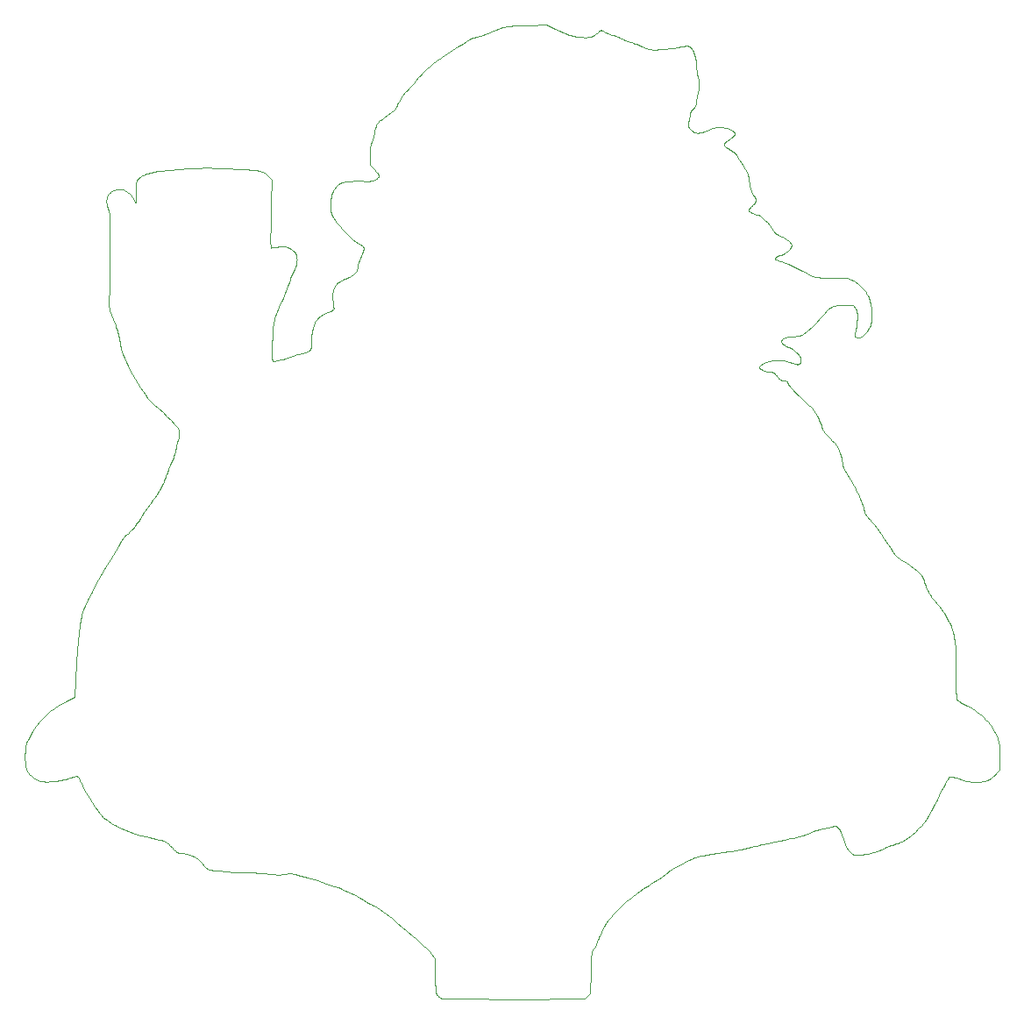
<source format=gbr>
%TF.GenerationSoftware,KiCad,Pcbnew,7.0.9*%
%TF.CreationDate,2024-02-16T18:49:12-08:00*%
%TF.ProjectId,DC32_Drear_Jeebus_SAO,44433332-5f44-4726-9561-725f4a656562,rev?*%
%TF.SameCoordinates,Original*%
%TF.FileFunction,Profile,NP*%
%FSLAX46Y46*%
G04 Gerber Fmt 4.6, Leading zero omitted, Abs format (unit mm)*
G04 Created by KiCad (PCBNEW 7.0.9) date 2024-02-16 18:49:12*
%MOMM*%
%LPD*%
G01*
G04 APERTURE LIST*
%TA.AperFunction,Profile*%
%ADD10C,0.100000*%
%TD*%
G04 APERTURE END LIST*
D10*
X107928233Y-125507733D02*
X107909255Y-125481151D01*
X181688811Y-79926464D02*
X181486453Y-79933875D01*
X176647679Y-73826619D02*
X176699880Y-73888513D01*
X136311381Y-64103205D02*
X136329295Y-64063274D01*
X183166322Y-80919016D02*
X183164762Y-80844720D01*
X160470324Y-54213888D02*
X160594484Y-54271949D01*
X157485520Y-142882194D02*
X157475716Y-143051185D01*
X176824441Y-74177911D02*
X176822512Y-74206533D01*
X103501523Y-125496912D02*
X103425172Y-125428437D01*
X132532571Y-78629021D02*
X132545103Y-78571868D01*
X159893027Y-53952021D02*
X160000452Y-53994543D01*
X136590947Y-66888501D02*
X136123975Y-66369120D01*
X183020102Y-80302026D02*
X182990289Y-80252395D01*
X117572341Y-132792250D02*
X117548528Y-132781336D01*
X176362387Y-73578261D02*
X176444315Y-73639712D01*
X117346440Y-93899549D02*
X117355064Y-93843427D01*
X138541485Y-60944544D02*
X138603098Y-60855107D01*
X129051120Y-75505134D02*
X129047087Y-75610448D01*
X196922257Y-124764940D02*
X196550423Y-125176515D01*
X129671346Y-84565583D02*
X129696580Y-84560875D01*
X177271245Y-85633639D02*
X177244080Y-85626930D01*
X190266124Y-108006107D02*
X190343817Y-108116114D01*
X192695766Y-116924109D02*
X192708522Y-117303612D01*
X173052250Y-69188280D02*
X173092859Y-69251955D01*
X177681793Y-85441766D02*
X177658784Y-85481846D01*
X167607188Y-60442303D02*
X167593127Y-60496342D01*
X181278355Y-93683801D02*
X181323030Y-93765909D01*
X142434457Y-145751875D02*
X142427157Y-145588906D01*
X136116989Y-137734248D02*
X135809312Y-137562703D01*
X122262010Y-134634102D02*
X121522437Y-134582013D01*
X134911671Y-76236459D02*
X134914684Y-76192281D01*
X115565223Y-89771871D02*
X115417410Y-89644286D01*
X132647462Y-78292867D02*
X132676520Y-78234045D01*
X178057702Y-131112648D02*
X178000138Y-131133714D01*
X176072204Y-87196592D02*
X176111840Y-87199270D01*
X132350208Y-70904037D02*
X132321954Y-70761827D01*
X111087461Y-69009395D02*
X111157887Y-68961007D01*
X191761141Y-125920464D02*
X191619176Y-126189261D01*
X182784931Y-132972547D02*
X182763418Y-132960432D01*
X102796928Y-123481859D02*
X102798649Y-123282129D01*
X102817508Y-124180591D02*
X102810645Y-124086330D01*
X140576357Y-58181500D02*
X140704529Y-58025847D01*
X172942734Y-68961350D02*
X172977185Y-69042971D01*
X166793157Y-54901610D02*
X166842019Y-54907466D01*
X176734261Y-87860088D02*
X176818772Y-87961216D01*
X177712741Y-85120525D02*
X177721715Y-85169956D01*
X175761891Y-87131036D02*
X175797808Y-87149232D01*
X139607392Y-59278406D02*
X139645230Y-59248017D01*
X133109271Y-68238700D02*
X133151895Y-68210200D01*
X171502854Y-65437264D02*
X171775463Y-65873501D01*
X176995734Y-131374835D02*
X176672959Y-131436914D01*
X113421687Y-69965623D02*
X113435768Y-69983002D01*
X173720735Y-85868434D02*
X173710781Y-85887266D01*
X190129011Y-107792207D02*
X190194658Y-107898350D01*
X167239924Y-63110689D02*
X167272179Y-63135486D01*
X134902013Y-76354836D02*
X134907316Y-76315577D01*
X196922257Y-123526628D02*
X196922257Y-124764940D01*
X167731923Y-57706989D02*
X167761887Y-57830192D01*
X132607666Y-80288664D02*
X132612312Y-80260860D01*
X104192982Y-125883317D02*
X104101211Y-125852848D01*
X135495800Y-74425951D02*
X135491598Y-74400821D01*
X147485806Y-53645754D02*
X148041613Y-53425686D01*
X119615896Y-133523142D02*
X119583612Y-133493774D01*
X176779293Y-74335649D02*
X176760536Y-74370753D01*
X162616840Y-55052897D02*
X162729564Y-55098079D01*
X159318069Y-53793537D02*
X159404297Y-53824432D01*
X116885660Y-91049428D02*
X116501755Y-90659964D01*
X115830656Y-131565843D02*
X115723178Y-131544778D01*
X163754545Y-55261223D02*
X164019997Y-55247363D01*
X173576266Y-71234686D02*
X173602989Y-71237663D01*
X128902976Y-74905220D02*
X128923976Y-74937381D01*
X181777900Y-95419297D02*
X181784469Y-95456255D01*
X175752755Y-73244968D02*
X175866245Y-73294411D01*
X177481665Y-85639047D02*
X177467348Y-85643554D01*
X166927535Y-62782816D02*
X166951113Y-62816405D01*
X104996320Y-125952350D02*
X104803224Y-125953607D01*
X113548484Y-69542489D02*
X113545095Y-69403884D01*
X170725099Y-132701646D02*
X170252735Y-132776317D01*
X176164489Y-83801902D02*
X176201229Y-83824475D01*
X117360502Y-91559781D02*
X117221608Y-91405403D01*
X132878800Y-77912623D02*
X132904126Y-77883100D01*
X113510887Y-69982438D02*
X113518316Y-69964765D01*
X183177031Y-133026137D02*
X183109221Y-133030021D01*
X129882737Y-84500325D02*
X129917195Y-84485756D01*
X132505826Y-78882973D02*
X132509190Y-78814434D01*
X113510062Y-68321231D02*
X113515068Y-68250949D01*
X117118592Y-94650158D02*
X117179804Y-94492360D01*
X178492663Y-89553835D02*
X178571183Y-89627364D01*
X162007563Y-54798845D02*
X162180759Y-54869538D01*
X175908658Y-87184884D02*
X175947517Y-87191028D01*
X175401117Y-73074583D02*
X175460029Y-73108645D01*
X175872886Y-75736914D02*
X175994668Y-75776439D01*
X189249756Y-105903988D02*
X189350396Y-106040550D01*
X187349341Y-131777440D02*
X187219266Y-131832154D01*
X182005444Y-131994561D02*
X181983261Y-131917989D01*
X115005630Y-67116866D02*
X115183241Y-67077281D01*
X176477001Y-82994456D02*
X176390521Y-83011822D01*
X167008063Y-62886478D02*
X167041627Y-62923592D01*
X179173608Y-81604680D02*
X178751428Y-82012539D01*
X127093899Y-85307343D02*
X127270943Y-85265577D01*
X192402617Y-125491909D02*
X192336062Y-125475994D01*
X116978639Y-94989526D02*
X117051045Y-94817251D01*
X192137584Y-125451215D02*
X192102314Y-125454278D01*
X134860453Y-76509340D02*
X134873853Y-76471139D01*
X130445779Y-83345497D02*
X130451445Y-83173963D01*
X170541403Y-64727272D02*
X170588099Y-64756533D01*
X181886857Y-131640653D02*
X181848237Y-131541983D01*
X173063531Y-71046733D02*
X173141655Y-71084759D01*
X196840126Y-122154733D02*
X196856092Y-122242415D01*
X188874757Y-105514534D02*
X189013361Y-105642556D01*
X113400315Y-130969018D02*
X113208482Y-130913434D01*
X192265076Y-111054583D02*
X192308198Y-111181825D01*
X183163846Y-81087625D02*
X183165980Y-80999751D01*
X114546197Y-99574447D02*
X114671945Y-99393564D01*
X117111803Y-132427746D02*
X117032238Y-132347363D01*
X158106559Y-53578964D02*
X158182624Y-53518935D01*
X106306323Y-125807538D02*
X106082240Y-125846657D01*
X172779280Y-68346478D02*
X172801364Y-68463823D01*
X183923107Y-78592863D02*
X184003071Y-78700950D01*
X127587477Y-74280900D02*
X127666533Y-74278076D01*
X140238004Y-140857591D02*
X139685942Y-140400117D01*
X130440182Y-83620473D02*
X130445779Y-83345497D01*
X174475254Y-85395856D02*
X174391374Y-85426222D01*
X196779148Y-121910056D02*
X196801756Y-121989485D01*
X113614791Y-67901501D02*
X113639183Y-67861990D01*
X176276057Y-85330090D02*
X176140042Y-85304657D01*
X116237966Y-131678548D02*
X116169324Y-131652383D01*
X182993867Y-82446296D02*
X183018971Y-82341119D01*
X178041557Y-82653276D02*
X177924995Y-82744678D01*
X117628962Y-92775822D02*
X117652162Y-92658820D01*
X182935944Y-82687889D02*
X182940787Y-82663174D01*
X176165487Y-83081145D02*
X176102664Y-83109750D01*
X179756761Y-91781063D02*
X179761089Y-91797479D01*
X180962327Y-93254781D02*
X181041349Y-93348439D01*
X176286884Y-74870198D02*
X176203813Y-74927671D01*
X175865428Y-85268277D02*
X175727398Y-85257364D01*
X126641593Y-67813983D02*
X126585122Y-69955556D01*
X136065925Y-67961602D02*
X136166228Y-67946434D01*
X175898081Y-83572028D02*
X175912308Y-83591959D01*
X126761361Y-85330987D02*
X126787501Y-85343423D01*
X130281248Y-84272281D02*
X130298221Y-84257145D01*
X175254693Y-75457820D02*
X175257154Y-75472976D01*
X142371659Y-143018297D02*
X141969148Y-142485170D01*
X147233370Y-53746304D02*
X147485806Y-53645754D01*
X157988850Y-141613101D02*
X157978185Y-141646678D01*
X107932095Y-112395789D02*
X108086229Y-110874173D01*
X171042542Y-132645998D02*
X170725099Y-132701646D01*
X173997860Y-86189576D02*
X174076070Y-86224800D01*
X115543005Y-98198609D02*
X115636826Y-98052861D01*
X134979359Y-75908277D02*
X135006697Y-75816277D01*
X136919961Y-67279707D02*
X136904176Y-67257009D01*
X130672035Y-81929167D02*
X130719002Y-81798145D01*
X175987770Y-87194589D02*
X176029679Y-87195737D01*
X134509371Y-73625719D02*
X134340784Y-73478945D01*
X135269139Y-74120950D02*
X135235110Y-74097484D01*
X142420689Y-145402966D02*
X142414813Y-145192118D01*
X132326829Y-69683637D02*
X132356117Y-69530755D01*
X103848994Y-120612141D02*
X103994404Y-120409047D01*
X126687994Y-82948777D02*
X126663213Y-83687509D01*
X132612181Y-80231086D02*
X132608291Y-80198603D01*
X192984048Y-125676172D02*
X192752104Y-125597225D01*
X184366780Y-79440594D02*
X184412641Y-79607995D01*
X112082692Y-102704095D02*
X112124178Y-102639903D01*
X171079616Y-63052024D02*
X171116943Y-63081623D01*
X165130544Y-55139906D02*
X165283588Y-55118014D01*
X175739480Y-75084912D02*
X175709801Y-75091213D01*
X192079639Y-110618199D02*
X192149824Y-110771090D01*
X113412528Y-101252263D02*
X113514213Y-101116272D01*
X173250368Y-70079733D02*
X173226258Y-70110255D01*
X196870051Y-122334710D02*
X196882104Y-122432550D01*
X170587528Y-64066980D02*
X170540884Y-64102193D01*
X126902515Y-81169218D02*
X126853087Y-81377521D01*
X196631515Y-121514408D02*
X196726571Y-121752931D01*
X167109580Y-55059888D02*
X167137589Y-55095327D01*
X128756989Y-74746573D02*
X128787495Y-74775535D01*
X176215872Y-87219954D02*
X176231363Y-87225470D01*
X176672959Y-131436914D02*
X176148953Y-131538611D01*
X119062255Y-133171623D02*
X118952277Y-133122210D01*
X115096383Y-131411729D02*
X114778725Y-131336611D01*
X106734709Y-118202592D02*
X107593158Y-117746431D01*
X177467348Y-85643554D02*
X177452377Y-85647092D01*
X183455548Y-78068503D02*
X183555137Y-78168190D01*
X180220398Y-130418722D02*
X180192798Y-130420557D01*
X176804864Y-85479700D02*
X176675518Y-85435150D01*
X173758987Y-86041577D02*
X173780532Y-86059914D01*
X108277597Y-109782685D02*
X108355683Y-109557815D01*
X176659249Y-74517480D02*
X176595436Y-74592298D01*
X167275473Y-60997654D02*
X167245969Y-61026852D01*
X118379427Y-132923411D02*
X118268661Y-132896358D01*
X132807723Y-78007523D02*
X132830721Y-77974743D01*
X181108984Y-130258197D02*
X181094121Y-130251723D01*
X192471195Y-111741261D02*
X192512517Y-111910255D01*
X184488327Y-79968060D02*
X184517686Y-80156340D01*
X115732119Y-89922028D02*
X115565223Y-89771871D01*
X177531388Y-76439989D02*
X177842610Y-76599767D01*
X117380288Y-93715822D02*
X117396123Y-93648209D01*
X114083122Y-100281001D02*
X114210089Y-100081514D01*
X136951610Y-67517484D02*
X136959888Y-67503948D01*
X178359043Y-82376849D02*
X178188119Y-82528819D01*
X120093005Y-134084211D02*
X120062809Y-134045468D01*
X157033941Y-54068017D02*
X157126858Y-54065303D01*
X182466959Y-77410293D02*
X182540555Y-77437686D01*
X112004515Y-102834628D02*
X112042716Y-102769114D01*
X138999897Y-60099804D02*
X139042378Y-60020513D01*
X118545089Y-66720769D02*
X119452326Y-66684312D01*
X126225725Y-67363975D02*
X126304774Y-67446451D01*
X113545933Y-69765283D02*
X113548774Y-69662925D01*
X117557933Y-91799212D02*
X117474090Y-91692524D01*
X156823121Y-146933717D02*
X150033524Y-146953668D01*
X170861195Y-62923179D02*
X170958002Y-62969642D01*
X131426227Y-80933171D02*
X131478857Y-80902744D01*
X109841798Y-128773814D02*
X109567711Y-128382188D01*
X173220965Y-71120480D02*
X173299775Y-71153045D01*
X180617455Y-80149467D02*
X180577855Y-80171073D01*
X105857183Y-125880145D02*
X105633606Y-125907730D01*
X102917166Y-124684038D02*
X102896638Y-124623552D01*
X126576181Y-74387641D02*
X126630536Y-74379156D01*
X149502120Y-53006293D02*
X149714764Y-52978576D01*
X126893134Y-85343476D02*
X126950450Y-85335209D01*
X183983767Y-100146300D02*
X184017151Y-100197828D01*
X111003084Y-71703423D02*
X111004622Y-71634450D01*
X114530937Y-67256686D02*
X114679439Y-67206584D01*
X157466804Y-143247787D02*
X157458460Y-143474690D01*
X167600483Y-56436042D02*
X167618783Y-56583300D01*
X175248527Y-72963606D02*
X175295998Y-73002616D01*
X167641885Y-60263393D02*
X167631517Y-60325935D01*
X128316884Y-134812095D02*
X128255428Y-134814990D01*
X183544221Y-82975770D02*
X183491932Y-83004016D01*
X182025601Y-77324625D02*
X182131173Y-77335862D01*
X192806748Y-118025949D02*
X192823965Y-118045090D01*
X128378939Y-134812025D02*
X128316884Y-134812095D01*
X166854792Y-62616742D02*
X166863641Y-62650757D01*
X177598046Y-85556474D02*
X177584990Y-85569263D01*
X177572205Y-85581172D02*
X177559588Y-85592191D01*
X183746008Y-99462869D02*
X183798832Y-99661841D01*
X176111840Y-87199270D02*
X176148833Y-87203942D01*
X192548052Y-112078250D02*
X192578233Y-112249890D01*
X186123963Y-103021970D02*
X186382388Y-103405821D01*
X194028063Y-118744556D02*
X194276532Y-118889832D01*
X167339551Y-60940831D02*
X167306207Y-60970352D01*
X133528551Y-68050407D02*
X133580336Y-68038788D01*
X157593343Y-142270966D02*
X157581202Y-142297417D01*
X155684764Y-53918118D02*
X155853994Y-53958879D01*
X180934032Y-130239288D02*
X180915202Y-130242936D01*
X132276432Y-80528560D02*
X132355922Y-80489997D01*
X166848603Y-62581697D02*
X166854792Y-62616742D01*
X115183241Y-67077281D02*
X115370479Y-67041234D01*
X174227895Y-85496365D02*
X174149891Y-85535144D01*
X172966157Y-70368384D02*
X172932350Y-70401937D01*
X141516796Y-142000058D02*
X141294590Y-141787158D01*
X162353597Y-54942228D02*
X162616840Y-55052897D01*
X191985336Y-125523958D02*
X191957763Y-125567323D01*
X109970246Y-128946054D02*
X109841798Y-128773814D01*
X111835884Y-82884516D02*
X111795025Y-82724804D01*
X171425922Y-65337466D02*
X171455875Y-65372284D01*
X167500348Y-63260158D02*
X167534086Y-63271179D01*
X172812652Y-70534834D02*
X172787516Y-70566552D01*
X112235132Y-84709397D02*
X112132622Y-84412713D01*
X192789904Y-117995480D02*
X192806748Y-118025949D01*
X170303777Y-64483454D02*
X170313945Y-64509806D01*
X130555316Y-82360766D02*
X130590025Y-82211054D01*
X188825899Y-130728394D02*
X188674682Y-130866929D01*
X181478299Y-130601180D02*
X181458689Y-130575188D01*
X139685942Y-140400117D02*
X139164970Y-139963585D01*
X181363952Y-93850559D02*
X181402161Y-93939367D01*
X157581202Y-142297417D02*
X157569850Y-142326063D01*
X190868844Y-127671548D02*
X190552051Y-128309428D01*
X116015525Y-131607074D02*
X115927653Y-131586344D01*
X181628843Y-131009088D02*
X181604818Y-130936802D01*
X181367761Y-130469958D02*
X181342558Y-130444285D01*
X135235110Y-74097484D02*
X135198521Y-74073697D01*
X185469050Y-102048351D02*
X185761167Y-102480091D01*
X165664865Y-134190988D02*
X165428720Y-134329429D01*
X170313945Y-64509806D02*
X170328172Y-64536149D01*
X184784715Y-101108502D02*
X184865416Y-101208871D01*
X125845712Y-134812047D02*
X125586190Y-134789016D01*
X116199965Y-96997639D02*
X116264846Y-96845910D01*
X192178077Y-125451762D02*
X192137584Y-125451215D01*
X183152726Y-77799596D02*
X183253456Y-77883293D01*
X111646466Y-68760142D02*
X111733487Y-68743115D01*
X114392215Y-67310261D02*
X114530937Y-67256686D01*
X196398601Y-121046780D02*
X196522013Y-121278834D01*
X113531633Y-68129802D02*
X113543343Y-68077279D01*
X160594484Y-54271949D02*
X160718957Y-54327447D01*
X120515867Y-134419506D02*
X120472807Y-134397625D01*
X173784384Y-85788258D02*
X173747993Y-85829191D01*
X167897393Y-58646389D02*
X167890149Y-58721912D01*
X175341926Y-75296594D02*
X175307834Y-75334338D01*
X182965655Y-82952657D02*
X182957791Y-82942208D01*
X171039437Y-63021488D02*
X171079616Y-63052024D01*
X177632798Y-82871924D02*
X177579927Y-82884828D01*
X167827116Y-63301442D02*
X167867638Y-63298235D01*
X120034520Y-134005754D02*
X120009204Y-133969484D01*
X163267444Y-55250114D02*
X163352696Y-55259031D01*
X119268021Y-133276616D02*
X119167902Y-133223238D01*
X112684451Y-69002591D02*
X112763090Y-69066241D01*
X161220994Y-54514781D02*
X161298790Y-54536681D01*
X111795025Y-82724804D02*
X111748140Y-82556009D01*
X183091247Y-80446186D02*
X183070470Y-80398221D01*
X190085179Y-129205796D02*
X189991593Y-129369367D01*
X132830721Y-77974743D02*
X132854372Y-77943140D01*
X110725752Y-69504700D02*
X110758083Y-69417690D01*
X171116943Y-63081623D02*
X171151397Y-63110363D01*
X171392130Y-65301476D02*
X171425922Y-65337466D01*
X110955096Y-74561781D02*
X110970518Y-72799381D01*
X110900636Y-70915107D02*
X110879833Y-70850532D01*
X153178365Y-52848669D02*
X153967870Y-53242784D01*
X111748140Y-82556009D02*
X111696719Y-82383308D01*
X129104886Y-134947771D02*
X128901630Y-134895339D01*
X167165538Y-55134791D02*
X167220965Y-55224928D01*
X127806897Y-74278487D02*
X127869625Y-74281975D01*
X173141655Y-71084759D02*
X173220965Y-71120480D01*
X166991491Y-61545684D02*
X166983170Y-61593749D01*
X127702654Y-85146170D02*
X127945741Y-85071439D01*
X105633606Y-125907730D02*
X105413967Y-125929140D01*
X127293161Y-80125986D02*
X127193143Y-80347712D01*
X135198521Y-74073697D02*
X135117509Y-74024900D01*
X127257253Y-134931531D02*
X127165216Y-134929642D01*
X192654046Y-113065811D02*
X192663929Y-113325357D01*
X192671047Y-113616421D02*
X192678716Y-114311679D01*
X164958826Y-55161690D02*
X165130544Y-55139906D01*
X134599844Y-67934892D02*
X134671979Y-67916798D01*
X136966877Y-67490536D02*
X136972533Y-67477143D01*
X107909255Y-125481151D02*
X107892496Y-125459906D01*
X189650123Y-129876813D02*
X189563031Y-129982839D01*
X177364113Y-85649881D02*
X177343059Y-85647390D01*
X116105404Y-90272376D02*
X115732119Y-89922028D01*
X117339566Y-93968691D02*
X117340986Y-93947972D01*
X156659072Y-54066691D02*
X156814069Y-54069693D01*
X167190799Y-61090643D02*
X167165209Y-61125089D01*
X149943159Y-52956127D02*
X150192223Y-52938021D01*
X189991593Y-129369367D02*
X189903283Y-129515080D01*
X121343377Y-66683544D02*
X122360998Y-66718334D01*
X173001156Y-70335170D02*
X172966157Y-70368384D01*
X139999931Y-58892462D02*
X140117063Y-58759477D01*
X182719751Y-132932153D02*
X182674349Y-132898162D01*
X134434492Y-77030958D02*
X134514391Y-76968361D01*
X176067176Y-83736232D02*
X176097487Y-83757804D01*
X185232201Y-132608942D02*
X185153846Y-132641892D01*
X136976809Y-67463665D02*
X136979662Y-67449995D01*
X170867845Y-64909644D02*
X170920605Y-64939736D01*
X113538637Y-69247023D02*
X113529143Y-69071817D01*
X113731596Y-67742062D02*
X113767442Y-67703760D01*
X128885691Y-74882048D02*
X128902976Y-74905220D01*
X113184702Y-86651975D02*
X112952737Y-86229778D01*
X190068776Y-107687043D02*
X190129011Y-107792207D01*
X174075440Y-85575728D02*
X174005339Y-85617619D01*
X172749748Y-70851876D02*
X172796636Y-70888637D01*
X176097487Y-83757804D02*
X176129916Y-83779686D01*
X115121316Y-89419452D02*
X115038329Y-89346910D01*
X177810360Y-82813427D02*
X177771938Y-82828922D01*
X110915878Y-79142833D02*
X110936482Y-78738049D01*
X184142365Y-78913039D02*
X184199921Y-79015216D01*
X148909528Y-53130325D02*
X149104420Y-53081241D01*
X132304629Y-69838966D02*
X132326829Y-69683637D01*
X126673745Y-74370006D02*
X126738755Y-74359642D01*
X130374834Y-84150403D02*
X130383920Y-84128295D01*
X159513947Y-53856304D02*
X159543883Y-53862551D01*
X196882104Y-122432550D02*
X196892354Y-122536866D01*
X189962913Y-107477115D02*
X190013545Y-107582224D01*
X175650321Y-75108415D02*
X175591502Y-75131052D01*
X180875014Y-130252702D02*
X180830947Y-130265658D01*
X192823965Y-118045090D02*
X192849246Y-118067945D01*
X188118533Y-131324600D02*
X187987988Y-131417435D01*
X173874654Y-71372306D02*
X173959819Y-71440385D01*
X113005298Y-130845831D02*
X112793145Y-130767462D01*
X113265964Y-69652956D02*
X113299130Y-69723304D01*
X115293118Y-89543694D02*
X115196788Y-89474515D01*
X183046793Y-80350401D02*
X183020102Y-80302026D01*
X106741744Y-125713489D02*
X106526976Y-125763058D01*
X117527371Y-93186073D02*
X117600474Y-92902292D01*
X114311448Y-99923860D02*
X114424757Y-99753025D01*
X111128127Y-80830665D02*
X111063117Y-80647080D01*
X118952277Y-133122210D02*
X118839169Y-133075433D01*
X112643885Y-102054254D02*
X112718130Y-102000301D01*
X176906951Y-85516780D02*
X176804864Y-85479700D01*
X134923085Y-73920614D02*
X134803786Y-73850068D01*
X175479803Y-75189299D02*
X175428900Y-75223241D01*
X167400643Y-60877295D02*
X167371013Y-60909847D01*
X191875554Y-125710183D02*
X191761141Y-125920464D01*
X174342209Y-71800376D02*
X174439651Y-71903790D01*
X113639183Y-67861990D02*
X113667462Y-67821179D01*
X179915738Y-92068092D02*
X179963636Y-92133294D01*
X175616362Y-87022111D02*
X175653549Y-87055107D01*
X174749009Y-86387784D02*
X174799365Y-86388711D01*
X167077035Y-61278179D02*
X167058727Y-61319912D01*
X177519488Y-88684535D02*
X177665371Y-88821232D01*
X117682954Y-92450778D02*
X117690677Y-92358521D01*
X180258241Y-80424428D02*
X180252242Y-80444141D01*
X157475716Y-143051185D02*
X157466804Y-143247787D01*
X177420061Y-85651217D02*
X177402511Y-85651785D01*
X110951790Y-76474210D02*
X110955096Y-74561781D01*
X180447654Y-92698753D02*
X180535981Y-92792367D01*
X193282402Y-118348574D02*
X193436673Y-118434911D01*
X176861962Y-76123453D02*
X177198854Y-76278546D01*
X195614732Y-125852484D02*
X195556549Y-125871004D01*
X173328609Y-69564963D02*
X173341729Y-69593265D01*
X119583612Y-133493774D02*
X119552627Y-133466957D01*
X173360455Y-69874615D02*
X173350986Y-69903198D01*
X170073398Y-62764185D02*
X170218991Y-62775820D01*
X181810396Y-95545864D02*
X181829351Y-95597680D01*
X133938800Y-77300439D02*
X134050208Y-77252952D01*
X161532276Y-54616274D02*
X161678676Y-54670460D01*
X187859365Y-131502650D02*
X187731926Y-131580751D01*
X108256373Y-126115846D02*
X108196142Y-125990229D01*
X175889675Y-83290688D02*
X175868813Y-83333946D01*
X178571183Y-89627364D02*
X178645025Y-89699936D01*
X128901630Y-134895339D02*
X128811541Y-134874063D01*
X176140042Y-85304657D02*
X176003071Y-85284047D01*
X177721715Y-85169956D02*
X177726355Y-85218403D01*
X142947700Y-146839597D02*
X142921519Y-146822806D01*
X187086687Y-131882287D02*
X186950867Y-131928346D01*
X175975560Y-73346801D02*
X176080266Y-73401759D01*
X134873853Y-76471139D02*
X134885261Y-76432640D01*
X187219266Y-131832154D02*
X187086687Y-131882287D01*
X136123975Y-66369120D02*
X136123975Y-65415583D01*
X157726612Y-142093500D02*
X157703843Y-142119012D01*
X177658784Y-85481846D02*
X177630895Y-85520121D01*
X108456838Y-109298873D02*
X108579226Y-109009449D01*
X187166964Y-104352681D02*
X187251530Y-104417406D01*
X157860351Y-141900336D02*
X157839156Y-141935924D01*
X177043076Y-84291175D02*
X177175486Y-84390608D01*
X174785255Y-72320089D02*
X174852026Y-72416323D01*
X126960409Y-80965941D02*
X126902515Y-81169218D01*
X173740345Y-86023511D02*
X173758987Y-86041577D01*
X192678716Y-114311679D02*
X192680505Y-115188749D01*
X177408008Y-82918132D02*
X177347732Y-82927163D01*
X128036513Y-74307084D02*
X128087411Y-74320757D01*
X158830996Y-53564501D02*
X158927201Y-53615220D01*
X113356835Y-69852902D02*
X113374335Y-69887541D01*
X176812660Y-74096093D02*
X176819169Y-74123968D01*
X110879833Y-70850532D02*
X110857078Y-70785633D01*
X176309632Y-83032108D02*
X176234548Y-83055241D01*
X195888350Y-125732953D02*
X195835547Y-125760610D01*
X174973132Y-86415294D02*
X174992621Y-86421727D01*
X175852733Y-83394333D02*
X175850711Y-83414209D01*
X113984269Y-67524897D02*
X114035120Y-67491667D01*
X195991881Y-125671676D02*
X195940423Y-125703324D01*
X110952414Y-78364844D02*
X110962096Y-78064684D01*
X125642880Y-67022595D02*
X125766423Y-67064386D01*
X177467092Y-82908013D02*
X177408008Y-82918132D01*
X107735065Y-125428362D02*
X107701951Y-125433058D01*
X173804803Y-86078446D02*
X173860823Y-86115801D01*
X117596051Y-132801934D02*
X117572341Y-132792250D01*
X183005153Y-82992678D02*
X182994061Y-82982807D01*
X106082240Y-125846657D02*
X105857183Y-125880145D01*
X175918070Y-83249690D02*
X175889675Y-83290688D01*
X133151895Y-68210200D02*
X133195472Y-68183621D01*
X177979009Y-89105301D02*
X178146084Y-89251969D01*
X177286704Y-82935024D02*
X177225366Y-82941636D01*
X110797797Y-69335485D02*
X110844898Y-69258061D01*
X183389887Y-83047511D02*
X183340511Y-83062412D01*
X110873131Y-129784469D02*
X110702275Y-129667367D01*
X138723052Y-60652538D02*
X138784410Y-60536139D01*
X105730971Y-118786677D02*
X105958852Y-118642804D01*
X136668286Y-66974856D02*
X136590947Y-66888501D01*
X167314738Y-133344232D02*
X167171035Y-133408768D01*
X157285208Y-54054065D02*
X157353264Y-54044715D01*
X102828420Y-122766660D02*
X102849237Y-122614869D01*
X126673396Y-85166517D02*
X126685690Y-85218371D01*
X181170161Y-130294370D02*
X181154456Y-130283754D01*
X170459768Y-64169182D02*
X170425296Y-64201125D01*
X174507870Y-86360382D02*
X174592553Y-86375207D01*
X104010430Y-125816826D02*
X103920905Y-125775479D01*
X128811541Y-134874063D02*
X128728010Y-134856006D01*
X136607536Y-62904835D02*
X136637471Y-62794001D01*
X131808957Y-80736789D02*
X132074632Y-80620405D01*
X157918599Y-141790392D02*
X157900223Y-141827294D01*
X113960757Y-100469416D02*
X114083122Y-100281001D01*
X184569036Y-80727859D02*
X184573134Y-80913286D01*
X180289800Y-80372535D02*
X180276300Y-80387881D01*
X167619969Y-60385536D02*
X167607188Y-60442303D01*
X188388339Y-131114044D02*
X188251738Y-131223639D01*
X134881166Y-67882419D02*
X134928297Y-67879894D01*
X132909870Y-68410419D02*
X132947976Y-68372142D01*
X186754358Y-131992562D02*
X186572561Y-132054838D01*
X181575175Y-130824728D02*
X181572186Y-130805164D01*
X174643311Y-85347032D02*
X174559499Y-85369293D01*
X170498297Y-64136233D02*
X170459768Y-64169182D01*
X175866716Y-83512742D02*
X175875310Y-83532443D01*
X117878265Y-132845033D02*
X117821073Y-132843981D01*
X174534394Y-72009168D02*
X174624721Y-72114811D01*
X193142562Y-118266313D02*
X193282402Y-118348574D01*
X177682716Y-82858251D02*
X177632798Y-82871924D01*
X157951476Y-141717205D02*
X157935733Y-141753604D01*
X121522437Y-134582013D02*
X121213068Y-134554014D01*
X182925650Y-82754088D02*
X182928370Y-82733280D01*
X173797099Y-71316395D02*
X173874654Y-71372306D01*
X133235593Y-72335327D02*
X133066250Y-72133698D01*
X187477652Y-131717640D02*
X187349341Y-131777440D01*
X158180496Y-141084509D02*
X158130646Y-141203872D01*
X110844898Y-69258061D02*
X110899386Y-69185395D01*
X171025884Y-65005516D02*
X171077700Y-65040634D01*
X182377508Y-132618564D02*
X182340110Y-132576841D01*
X133026816Y-68301510D02*
X133067583Y-68269133D01*
X191149003Y-109080911D02*
X191246201Y-109210133D01*
X167794007Y-57936759D02*
X167817870Y-58008793D01*
X132904126Y-77883100D02*
X132930476Y-77854481D01*
X133048574Y-77747213D02*
X133081891Y-77721742D01*
X181907757Y-95776166D02*
X181940399Y-95841949D01*
X139833028Y-59070612D02*
X139886908Y-59014717D01*
X127429172Y-134930077D02*
X127345162Y-134931676D01*
X183614625Y-99047161D02*
X183684500Y-99257744D01*
X196900904Y-122648589D02*
X196907857Y-122768650D01*
X175497895Y-86897662D02*
X175538798Y-86943561D01*
X181510894Y-94246915D02*
X181548638Y-94368528D01*
X136844852Y-67179793D02*
X136820937Y-67150663D01*
X173200039Y-70141166D02*
X173171707Y-70172494D01*
X158182624Y-53518935D02*
X158250879Y-53466569D01*
X130628987Y-82066996D02*
X130672035Y-81929167D01*
X130416920Y-83988554D02*
X130421424Y-83953517D01*
X173013691Y-69118617D02*
X173052250Y-69188280D01*
X175310517Y-75530611D02*
X175329657Y-75539731D01*
X194276532Y-118889832D02*
X194517530Y-119045479D01*
X115636826Y-98052861D02*
X115727669Y-97905194D01*
X157559248Y-142357240D02*
X157549354Y-142391284D01*
X171321324Y-63318475D02*
X171329062Y-63342908D01*
X167523063Y-60687316D02*
X167501843Y-60729293D01*
X180017190Y-92202848D02*
X180076229Y-92276524D01*
X130942704Y-81353635D02*
X131006750Y-81265283D01*
X173647774Y-71241015D02*
X173671687Y-71247881D01*
X195781900Y-125786343D02*
X195727292Y-125810201D01*
X167681084Y-57428262D02*
X167704770Y-57571546D01*
X166596511Y-54905379D02*
X166672067Y-54900426D01*
X114416638Y-88602457D02*
X114176854Y-88261301D01*
X177726581Y-85265748D02*
X177722316Y-85311874D01*
X134653614Y-76835928D02*
X134712603Y-76766457D01*
X139395042Y-59489280D02*
X139438785Y-59438539D01*
X175669748Y-73209772D02*
X175752755Y-73244968D01*
X181173591Y-93520739D02*
X181228888Y-93602616D01*
X125973738Y-67164195D02*
X126062903Y-67223480D01*
X178830466Y-77127782D02*
X178943065Y-77161468D01*
X161107880Y-137336657D02*
X160880019Y-137536064D01*
X128618991Y-74628122D02*
X128690663Y-74687419D01*
X134709785Y-67907011D02*
X134749758Y-67898683D01*
X167578812Y-133239364D02*
X167449458Y-133288139D01*
X116552904Y-131876136D02*
X116489161Y-131825077D01*
X183652574Y-78271382D02*
X183746972Y-78377166D01*
X175346651Y-73039424D02*
X175401117Y-73074583D01*
X166951113Y-62816405D02*
X166977924Y-62850854D01*
X179963636Y-92133294D02*
X180017190Y-92202848D01*
X102912052Y-122327165D02*
X102955664Y-122186527D01*
X104460763Y-125934069D02*
X104316310Y-125912731D01*
X129951958Y-84470166D02*
X129986773Y-84453653D01*
X180349868Y-80319135D02*
X180326789Y-80338010D01*
X176714776Y-74443188D02*
X176659249Y-74517480D01*
X118608361Y-132991533D02*
X118493060Y-132955282D01*
X177016821Y-88181529D02*
X177129678Y-88300010D01*
X178146084Y-89251969D02*
X178319543Y-89401258D01*
X170815476Y-64881797D02*
X170867845Y-64909644D01*
X157383099Y-146374185D02*
X157103108Y-146653947D01*
X195776596Y-120165191D02*
X195950279Y-120377453D01*
X183147556Y-80653471D02*
X183137276Y-80597937D01*
X185153846Y-132641892D02*
X185069531Y-132673935D01*
X175086362Y-86466546D02*
X175104742Y-86478267D01*
X130428786Y-83874930D02*
X130431754Y-83831022D01*
X158234108Y-140962157D02*
X158180496Y-141084509D01*
X181795368Y-95498583D02*
X181810396Y-95545864D01*
X112763090Y-69066241D02*
X112840386Y-69134017D01*
X174592553Y-86375207D02*
X174673400Y-86384541D01*
X136972533Y-67477143D02*
X136976809Y-67463665D01*
X181084990Y-79979742D02*
X181017891Y-79994363D01*
X136359491Y-67900431D02*
X136451186Y-67869896D01*
X176468533Y-83968732D02*
X176576066Y-84020738D01*
X191642011Y-109809471D02*
X191737856Y-109971521D01*
X162123943Y-136551748D02*
X161923242Y-136693334D01*
X166155408Y-54965438D02*
X166407063Y-54927079D01*
X103153796Y-125119643D02*
X103095800Y-125034867D01*
X189903283Y-129515080D02*
X189818260Y-129646109D01*
X174420756Y-86340663D02*
X174507870Y-86360382D01*
X116302914Y-131708107D02*
X116237966Y-131678548D01*
X112124178Y-102639903D02*
X112166912Y-102576866D01*
X139524621Y-59349536D02*
X139566454Y-59311645D01*
X186395502Y-132119124D02*
X186213208Y-132189371D01*
X184560405Y-81263368D02*
X184543112Y-81423639D01*
X170425296Y-64201125D02*
X170394883Y-64232143D01*
X135654973Y-67966541D02*
X135757909Y-67973967D01*
X182827975Y-132992962D02*
X182806406Y-132983375D01*
X181139075Y-130274197D02*
X181123943Y-130265683D01*
X167835891Y-133159256D02*
X167706417Y-133196779D01*
X196920159Y-123188178D02*
X196922257Y-123526628D01*
X175662949Y-131638993D02*
X175214855Y-131738080D01*
X157502606Y-142674593D02*
X157496539Y-142738123D01*
X176242916Y-75864383D02*
X176537665Y-75982726D01*
X178525568Y-76996994D02*
X178623359Y-77045822D01*
X128544067Y-74570479D02*
X128618991Y-74628122D01*
X128796616Y-76500810D02*
X128738889Y-76621189D01*
X157749495Y-142065619D02*
X157726612Y-142093500D01*
X107792785Y-125423709D02*
X107765435Y-125425228D01*
X180503709Y-130367916D02*
X180426489Y-130385773D01*
X112736932Y-85816160D02*
X112542152Y-85419382D01*
X184306778Y-100571733D02*
X184353005Y-100622308D01*
X173368879Y-69677596D02*
X173373845Y-69705609D01*
X102993501Y-124857828D02*
X102965489Y-124800416D01*
X111907100Y-68724646D02*
X111992532Y-68723534D01*
X128943350Y-74971522D02*
X128961105Y-75007559D01*
X113128875Y-101601632D02*
X113220015Y-101494747D01*
X193536900Y-125847818D02*
X193435318Y-125820279D01*
X115980507Y-97454028D02*
X116057613Y-97302033D01*
X111298183Y-104045368D02*
X111561136Y-103610107D01*
X127864220Y-134883722D02*
X127798780Y-134895833D01*
X168114916Y-133094889D02*
X167970851Y-133125668D01*
X174243788Y-71700629D02*
X174342209Y-71800376D01*
X182959471Y-82580157D02*
X182975333Y-82516757D01*
X137505841Y-61793926D02*
X137810192Y-61591380D01*
X179761089Y-91797479D02*
X179767110Y-91815355D01*
X148503074Y-53256348D02*
X148710718Y-53188385D01*
X163828487Y-135442061D02*
X163633818Y-135566891D01*
X172530099Y-132346898D02*
X172347115Y-132386016D01*
X136927027Y-62259823D02*
X136999640Y-62183265D01*
X175295998Y-73002616D02*
X175346651Y-73039424D01*
X167761887Y-57830192D02*
X167777719Y-57885829D01*
X126921425Y-74336700D02*
X127032706Y-74324837D01*
X159591790Y-53867705D02*
X159614122Y-53869194D01*
X131058043Y-135507146D02*
X130123952Y-135230003D01*
X112574405Y-130679582D02*
X112351459Y-130583443D01*
X117683937Y-92121490D02*
X117671938Y-92053695D01*
X183357979Y-98389617D02*
X183451046Y-98612402D01*
X173299775Y-71153045D02*
X173376396Y-71181600D01*
X158596115Y-140211598D02*
X158468526Y-140475013D01*
X191543950Y-109650627D02*
X191642011Y-109809471D01*
X169502824Y-62781126D02*
X169639561Y-62767127D01*
X180657134Y-130324858D02*
X180581358Y-130347446D01*
X180523184Y-77295603D02*
X180791810Y-77296798D01*
X165283588Y-55118014D02*
X165412247Y-55096633D01*
X167634118Y-56864655D02*
X167637381Y-56995333D01*
X105516491Y-118930821D02*
X105730971Y-118786677D01*
X181955409Y-131831550D02*
X181922928Y-131738141D01*
X170295615Y-64430389D02*
X170297667Y-64457009D01*
X158578844Y-53436902D02*
X158654685Y-53474306D01*
X192022667Y-125484206D02*
X192003114Y-125500787D01*
X173296289Y-69507906D02*
X173313461Y-69536520D01*
X139781484Y-59122373D02*
X139833028Y-59070612D01*
X182922949Y-82841902D02*
X182922017Y-82826282D01*
X175768953Y-75080281D02*
X175739480Y-75084912D01*
X172741320Y-68093999D02*
X172759265Y-68223201D01*
X113522233Y-68187416D02*
X113531633Y-68129802D01*
X113502640Y-69995691D02*
X113510887Y-69982438D01*
X128255428Y-134814990D02*
X128193722Y-134820652D01*
X168450109Y-63150882D02*
X168562694Y-63110703D01*
X135466444Y-74328257D02*
X135453749Y-74304797D01*
X158356266Y-53390626D02*
X158389554Y-53369949D01*
X186771914Y-103945964D02*
X186853155Y-104044778D01*
X108357504Y-126325314D02*
X108256373Y-126115846D01*
X176803643Y-74067679D02*
X176812660Y-74096093D01*
X167509996Y-55988720D02*
X167545511Y-56137020D01*
X103746699Y-125677732D02*
X103662554Y-125621789D01*
X182927061Y-82870690D02*
X182924628Y-82856682D01*
X132684544Y-136051021D02*
X131910470Y-135780415D01*
X130719002Y-81798145D02*
X130769720Y-81674504D01*
X116619739Y-131934549D02*
X116552904Y-131876136D01*
X120062809Y-134045468D02*
X120034520Y-134005754D01*
X117366474Y-93781539D02*
X117380288Y-93715822D01*
X172834177Y-132276710D02*
X172687219Y-132311558D01*
X194750522Y-119210927D02*
X194974970Y-119385604D01*
X113729213Y-100813814D02*
X113842839Y-100646955D01*
X125342548Y-66952078D02*
X125502487Y-66985370D01*
X110968348Y-80345598D02*
X110936492Y-80218307D01*
X138733731Y-139597428D02*
X138450864Y-139351076D01*
X179767110Y-91815355D02*
X179784147Y-91855371D01*
X107853942Y-125429361D02*
X107846127Y-125427318D01*
X132957972Y-77826675D02*
X132986738Y-77799588D01*
X117670137Y-92550675D02*
X117682954Y-92450778D01*
X132986952Y-68335842D02*
X133026816Y-68301510D01*
X158400506Y-53364568D02*
X158407342Y-53362735D01*
X176289175Y-87254232D02*
X176302743Y-87263203D01*
X136959888Y-67503948D02*
X136966877Y-67490536D01*
X118839169Y-133075433D02*
X118724131Y-133031728D01*
X114778725Y-131336611D02*
X114511249Y-131267877D01*
X113573994Y-67984185D02*
X113593087Y-67941956D01*
X136980916Y-67421663D02*
X136979227Y-67406791D01*
X171321403Y-63465148D02*
X171310466Y-63490144D01*
X134910542Y-76276111D02*
X134911671Y-76236459D01*
X183292486Y-83072517D02*
X183246004Y-83077653D01*
X136133034Y-64955042D02*
X136144938Y-64767396D01*
X130405983Y-84051004D02*
X130411791Y-84020990D01*
X157795001Y-142003854D02*
X157772341Y-142035645D01*
X159614122Y-53869194D02*
X159641609Y-53873563D01*
X127193143Y-80347712D02*
X127104896Y-80559043D01*
X129047087Y-75610448D02*
X129036887Y-75718654D01*
X174995148Y-72652398D02*
X175036792Y-72716211D01*
X133323153Y-77573180D02*
X133422294Y-77523094D01*
X173703408Y-85905489D02*
X173698718Y-85923039D01*
X115036836Y-98891459D02*
X115141613Y-98755731D01*
X175856441Y-83374346D02*
X175852733Y-83394333D01*
X181620899Y-77304070D02*
X181906867Y-77315769D01*
X111820558Y-68731228D02*
X111907100Y-68724646D01*
X138450864Y-139351076D02*
X138222796Y-139155360D01*
X136637471Y-62794001D02*
X136671565Y-62691064D01*
X181604818Y-130936802D02*
X181586661Y-130874578D01*
X175798098Y-75077426D02*
X175768953Y-75080281D01*
X117475481Y-132740592D02*
X117450267Y-132724135D01*
X112605397Y-68943912D02*
X112684451Y-69002591D01*
X129312179Y-84641490D02*
X129458531Y-84602701D01*
X126500998Y-73882429D02*
X126511966Y-74193252D01*
X167081584Y-55028691D02*
X167109580Y-55059888D01*
X177609009Y-131243886D02*
X177506306Y-131267859D01*
X117691104Y-92194487D02*
X117683937Y-92121490D01*
X180277546Y-77292404D02*
X180523184Y-77295603D01*
X148281678Y-53335139D02*
X148503074Y-53256348D01*
X176369060Y-74806592D02*
X176286884Y-74870198D01*
X135329666Y-74167172D02*
X135300644Y-74144158D01*
X126703990Y-82629358D02*
X126687994Y-82948777D01*
X181094121Y-130251723D02*
X181079278Y-130246246D01*
X136975934Y-67391309D02*
X136970991Y-67375110D01*
X155335578Y-53816669D02*
X155512063Y-53870745D01*
X102849237Y-122614869D02*
X102876845Y-122469159D01*
X196754120Y-121831515D02*
X196779148Y-121910056D01*
X114679439Y-67206584D02*
X114837683Y-67159972D01*
X176760536Y-74370753D02*
X176738969Y-74406655D01*
X131236346Y-81054325D02*
X131279967Y-81024582D01*
X102878389Y-124560520D02*
X102862308Y-124494184D01*
X132281612Y-70152642D02*
X132289547Y-69995661D01*
X181310320Y-79947154D02*
X181230616Y-79956233D01*
X182934208Y-82896651D02*
X182930252Y-82883991D01*
X181041349Y-93348439D02*
X181111425Y-93436552D01*
X177079429Y-85576994D02*
X176998198Y-85549185D01*
X171066619Y-63740519D02*
X171023015Y-63772561D01*
X142457917Y-146071494D02*
X142452510Y-146016637D01*
X167890149Y-58721912D02*
X167880272Y-58803217D01*
X192922022Y-118123602D02*
X192968526Y-118155804D01*
X174076070Y-86224800D02*
X174158868Y-86258118D01*
X194955028Y-125967714D02*
X194797239Y-125974215D01*
X127730819Y-134906188D02*
X127660107Y-134914787D01*
X134749758Y-67898683D02*
X134791746Y-67891810D01*
X188151039Y-104983638D02*
X188360214Y-105122336D01*
X171296729Y-63269013D02*
X171310539Y-63293869D01*
X133532441Y-77471507D02*
X133654583Y-77417690D01*
X167661519Y-57281534D02*
X167681084Y-57428262D01*
X131195921Y-81083319D02*
X131236346Y-81054325D01*
X113619722Y-100970188D02*
X113729213Y-100813814D01*
X175709801Y-75091213D02*
X175680040Y-75099083D01*
X111586232Y-82046902D02*
X111530147Y-81893552D01*
X176003071Y-85284047D02*
X175865428Y-85268277D01*
X126751199Y-134904692D02*
X126513453Y-134881807D01*
X190552051Y-128309428D02*
X190296132Y-128812378D01*
X115727669Y-97905194D02*
X115815352Y-97755943D01*
X111010207Y-80486956D02*
X110968348Y-80345598D01*
X184485505Y-81703681D02*
X184460793Y-81781462D01*
X109281033Y-127943973D02*
X108994162Y-127478701D01*
X127818631Y-79012282D02*
X127719610Y-79237997D01*
X180363778Y-92607889D02*
X180447654Y-92698753D01*
X172853145Y-70927355D02*
X172917589Y-70967179D01*
X176029679Y-87195737D02*
X176072204Y-87196592D01*
X167137589Y-55095327D02*
X167165538Y-55134791D01*
X135421667Y-74258581D02*
X135402204Y-74235697D01*
X128865238Y-74857269D02*
X128885691Y-74882048D01*
X184199921Y-79015216D02*
X184260188Y-79142012D01*
X176410830Y-85360328D02*
X176276057Y-85330090D01*
X135380407Y-74212878D02*
X135356241Y-74190057D01*
X182171758Y-132359063D02*
X182143371Y-132315968D01*
X107547603Y-125466413D02*
X107504927Y-125478133D01*
X167025917Y-54979886D02*
X167053672Y-55001951D01*
X166998391Y-54962711D02*
X167025917Y-54979886D01*
X171840757Y-132488733D02*
X171042542Y-132645998D01*
X134923356Y-76136209D02*
X134937291Y-76069408D01*
X136979662Y-67449995D02*
X136981046Y-67436030D01*
X181569847Y-130774956D02*
X181568221Y-130766883D01*
X107866440Y-125434824D02*
X107860724Y-125431861D01*
X194015887Y-125941605D02*
X193921379Y-125928233D01*
X120193806Y-134193676D02*
X120158627Y-134158408D01*
X179807700Y-91900881D02*
X179837598Y-91951657D01*
X110963952Y-77879037D02*
X110951790Y-76474210D01*
X176046295Y-83140979D02*
X175996596Y-83174762D01*
X132479060Y-71289176D02*
X132428732Y-71168792D01*
X132593094Y-80111226D02*
X132583304Y-80036778D01*
X128100965Y-78313534D02*
X128012245Y-78542934D01*
X103564089Y-121041586D02*
X103703996Y-120826753D01*
X171128496Y-65076858D02*
X171177921Y-65113903D01*
X167883744Y-58263668D02*
X167892980Y-58323626D01*
X173698718Y-85923039D02*
X173696809Y-85939855D01*
X110857078Y-70785633D02*
X110808276Y-70644222D01*
X181123943Y-130265683D02*
X181108984Y-130258197D01*
X142682786Y-146628585D02*
X142659713Y-146605110D01*
X170368802Y-64589140D02*
X170395205Y-64615954D01*
X163633818Y-135566891D02*
X163442742Y-135685441D01*
X194628678Y-125976099D02*
X194410569Y-125972375D01*
X183154649Y-81287584D02*
X183163846Y-81087625D01*
X191919011Y-110298523D02*
X192002377Y-110460117D01*
X113890039Y-67593905D02*
X113935907Y-67558977D01*
X118493060Y-132955282D02*
X118379427Y-132923411D01*
X110964611Y-71172299D02*
X110951475Y-71107956D01*
X126647118Y-84816401D02*
X126655917Y-85023192D01*
X190296132Y-128812378D02*
X190085179Y-129205796D01*
X167903002Y-58445404D02*
X167903852Y-58509046D01*
X167871647Y-58203117D02*
X167883744Y-58263668D01*
X117051045Y-94817251D02*
X117118592Y-94650158D01*
X175859953Y-83493070D02*
X175866716Y-83512742D01*
X128392831Y-74467336D02*
X128430159Y-74491042D01*
X159224520Y-53756133D02*
X159318069Y-53793537D01*
X108135995Y-125870593D02*
X108077531Y-125759732D01*
X168782840Y-63025598D02*
X168883725Y-62983253D01*
X128998172Y-75941065D02*
X128969745Y-76053930D01*
X167118209Y-61198720D02*
X167096875Y-61237757D01*
X167434063Y-63233106D02*
X167467029Y-63247472D01*
X175870929Y-87175984D02*
X175908658Y-87184884D01*
X113374335Y-69887541D02*
X113390975Y-69917882D01*
X174107948Y-131993876D02*
X173895623Y-132037080D01*
X167141000Y-61161139D02*
X167118209Y-61198720D01*
X182931803Y-82711235D02*
X182935944Y-82687889D01*
X135289355Y-67902436D02*
X135343576Y-67911363D01*
X165412247Y-55096633D02*
X165828238Y-55021582D01*
X181228888Y-93602616D02*
X181278355Y-93683801D01*
X134050208Y-77252952D02*
X134155648Y-77202078D01*
X159219210Y-139198812D02*
X159076824Y-139370084D01*
X128602828Y-76937483D02*
X128528998Y-77121913D01*
X115347165Y-98483014D02*
X115446391Y-98342105D01*
X179352647Y-90737188D02*
X179433124Y-90901714D01*
X120472807Y-134397625D02*
X120430301Y-134373743D01*
X182303659Y-132534070D02*
X182268375Y-132490579D01*
X180258764Y-80419436D02*
X180258241Y-80424428D01*
X175282330Y-75512425D02*
X175297067Y-75523221D01*
X125160366Y-66922085D02*
X125342548Y-66952078D01*
X162729564Y-55098079D02*
X162832358Y-55136980D01*
X167371013Y-60909847D02*
X167339551Y-60940831D01*
X160954554Y-54424841D02*
X161058533Y-54463785D01*
X177215130Y-85619141D02*
X177184293Y-85610263D01*
X134937291Y-76069408D02*
X134956091Y-75993042D01*
X112373264Y-85047707D02*
X112235132Y-84709397D01*
X130411791Y-84020990D02*
X130416920Y-83988554D01*
X177244080Y-85626930D02*
X177215130Y-85619141D01*
X132522470Y-78688083D02*
X132532571Y-78629021D01*
X167603088Y-63288297D02*
X167638486Y-63294427D01*
X166961832Y-54944408D02*
X166998391Y-54962711D01*
X109656747Y-106833856D02*
X110102636Y-106027573D01*
X173516329Y-71223273D02*
X173576266Y-71234686D01*
X184018540Y-82557965D02*
X183916110Y-82673009D01*
X129848839Y-84513777D02*
X129882737Y-84500325D01*
X179018521Y-90152359D02*
X179073956Y-90236774D01*
X182574111Y-132811540D02*
X182517164Y-132758157D01*
X111391508Y-68840415D02*
X111474897Y-68808957D01*
X176475944Y-87477807D02*
X176500916Y-87523965D01*
X126655917Y-85023192D02*
X126663512Y-85101989D01*
X132800619Y-68537236D02*
X132836208Y-68492955D01*
X167867638Y-63298235D02*
X167909248Y-63293530D01*
X173180222Y-69361312D02*
X173207449Y-69391195D01*
X159480476Y-53847782D02*
X159513947Y-53856304D01*
X175214855Y-131738080D02*
X174804574Y-131835893D01*
X128066154Y-134840054D02*
X127998589Y-134853682D01*
X176302743Y-87263203D02*
X176316018Y-87272929D01*
X103095800Y-125034867D02*
X103042279Y-124947519D01*
X181568221Y-130766883D02*
X181565973Y-130758327D01*
X139732712Y-59169517D02*
X139781484Y-59122373D01*
X150466874Y-52923330D02*
X150772028Y-52911129D01*
X133016898Y-77773132D02*
X133048574Y-77747213D01*
X107878158Y-125444348D02*
X107866440Y-125434824D01*
X126853087Y-81377521D02*
X126811297Y-81594705D01*
X191454311Y-126507672D02*
X191271199Y-126866792D01*
X172540725Y-67152925D02*
X172573334Y-67228704D01*
X130262925Y-84287135D02*
X130281248Y-84272281D01*
X139645230Y-59248017D02*
X139687149Y-59211559D01*
X183018971Y-82341119D02*
X183043964Y-82215105D01*
X184782148Y-132764350D02*
X184675312Y-132792490D01*
X176818772Y-87961216D02*
X176913072Y-88068480D01*
X117640837Y-66781872D02*
X118545089Y-66720769D01*
X128506039Y-74542838D02*
X128544067Y-74570479D01*
X167593127Y-60496342D02*
X167577733Y-60547757D01*
X103230307Y-121590283D02*
X103328051Y-121420989D01*
X192708522Y-117303612D02*
X192725666Y-117596082D01*
X113493572Y-70004534D02*
X113502640Y-69995691D01*
X117607593Y-91875425D02*
X117557933Y-91799212D01*
X136964354Y-67358091D02*
X136955977Y-67340146D01*
X176778296Y-74009421D02*
X176803643Y-74067679D01*
X196913315Y-122897981D02*
X196920159Y-123188178D01*
X192603492Y-112429821D02*
X192624259Y-112622688D01*
X107784351Y-114282489D02*
X107932095Y-112395789D01*
X112987242Y-69278564D02*
X113054946Y-69353645D01*
X119981780Y-133932013D02*
X119921652Y-133854625D01*
X184196261Y-132894311D02*
X183927551Y-132938388D01*
X175276646Y-86632456D02*
X175318778Y-86680057D01*
X180282533Y-130411671D02*
X180220398Y-130418722D01*
X166889696Y-62716956D02*
X166907095Y-62749771D01*
X175680040Y-75099083D02*
X175650321Y-75108415D01*
X114921085Y-99046632D02*
X115036836Y-98891459D01*
X192102314Y-125454278D02*
X192071750Y-125460859D01*
X112042716Y-102769114D02*
X112082692Y-102704095D01*
X158017996Y-141508820D02*
X157997521Y-141581018D01*
X173352817Y-69621452D02*
X173361869Y-69649553D01*
X134569760Y-136859004D02*
X134298664Y-136723855D01*
X191619176Y-126189261D02*
X191454311Y-126507672D01*
X177665371Y-88821232D02*
X177818658Y-88961605D01*
X177547037Y-85602309D02*
X177534448Y-85611517D01*
X104768970Y-119530565D02*
X104941653Y-119375109D01*
X136293713Y-64138833D02*
X136311381Y-64103205D01*
X172851727Y-68680692D02*
X172880003Y-68780204D01*
X138331998Y-61185073D02*
X138407443Y-61107893D01*
X157817322Y-141970522D02*
X157795001Y-142003854D01*
X103008489Y-122044882D02*
X103071333Y-121899867D01*
X142470012Y-146169300D02*
X142463741Y-146122301D01*
X175236441Y-86590009D02*
X175276646Y-86632456D01*
X107371518Y-125520569D02*
X107326178Y-125536966D01*
X172415621Y-66905984D02*
X172462155Y-66992263D01*
X110414632Y-129443470D02*
X110302606Y-129339181D01*
X194307861Y-125967809D02*
X194208358Y-125961252D01*
X128577219Y-134829322D02*
X128508256Y-134820582D01*
X159973636Y-138392448D02*
X159565441Y-138813885D01*
X113461398Y-70004721D02*
X113472954Y-70009038D01*
X120230401Y-134227597D02*
X120193806Y-134193676D01*
X196907857Y-122768650D02*
X196913315Y-122897981D01*
X176148833Y-87203942D02*
X176183429Y-87210780D01*
X160232074Y-54097080D02*
X160350049Y-54154739D01*
X172703608Y-67739348D02*
X172711648Y-67817845D01*
X184445865Y-132845603D02*
X184196261Y-132894311D01*
X183155490Y-80712647D02*
X183147556Y-80653471D01*
X175428900Y-75223241D02*
X175382611Y-75259284D01*
X117331726Y-94036385D02*
X117337213Y-94007583D01*
X184573134Y-80913286D02*
X184570335Y-81092520D01*
X177726355Y-85218403D02*
X177726581Y-85265748D01*
X130478389Y-82838061D02*
X130499331Y-82674845D01*
X174804574Y-131835893D02*
X174592249Y-131886680D01*
X181771719Y-95319609D02*
X181774950Y-95357280D01*
X133428215Y-68079146D02*
X133477850Y-68063856D01*
X178961992Y-90071623D02*
X179018521Y-90152359D01*
X177630895Y-85520121D02*
X177598046Y-85556474D01*
X102896638Y-124623552D02*
X102878389Y-124560520D01*
X177713481Y-85356663D02*
X177700000Y-85400000D01*
X105123013Y-119224015D02*
X105314232Y-119076260D01*
X130341598Y-84208255D02*
X130353729Y-84190205D01*
X173683298Y-132080351D02*
X173441148Y-132132859D01*
X170925671Y-63840093D02*
X170814683Y-63912732D01*
X126738230Y-85313860D02*
X126761361Y-85330987D01*
X170499231Y-62817289D02*
X170629740Y-62846881D01*
X113406758Y-69943913D02*
X113421687Y-69965623D01*
X128969745Y-76053930D02*
X128935331Y-76167006D01*
X126738755Y-74359642D02*
X126822378Y-74348421D01*
X183837445Y-78484631D02*
X183923107Y-78592863D01*
X157126858Y-54065303D02*
X157210176Y-54060790D01*
X136250767Y-64232971D02*
X136271343Y-64184475D01*
X103425172Y-125428437D02*
X103351956Y-125356244D01*
X113543329Y-69809709D02*
X113545933Y-69765283D01*
X179238819Y-90518706D02*
X179295000Y-90624453D01*
X141969148Y-142485170D02*
X141921252Y-142425185D01*
X183165980Y-80999751D02*
X183166322Y-80919016D01*
X131698709Y-80787404D02*
X131754120Y-80761316D01*
X172684141Y-70753954D02*
X172683678Y-70761867D01*
X176341815Y-87294733D02*
X176354397Y-87306852D01*
X130123952Y-135230003D02*
X129104886Y-134947771D01*
X127739437Y-74277230D02*
X127806897Y-74278487D01*
X184979389Y-132705045D02*
X184883551Y-132735193D01*
X158462456Y-53382657D02*
X158514057Y-53406007D01*
X187667649Y-104684839D02*
X187920659Y-104838331D01*
X116169324Y-131652383D02*
X116095629Y-131628823D01*
X155512063Y-53870745D02*
X155684764Y-53918118D01*
X175885757Y-83552198D02*
X175898081Y-83572028D01*
X134835598Y-67886390D02*
X134881166Y-67882419D01*
X167501843Y-60729293D02*
X167479041Y-60769174D01*
X177700000Y-85400000D02*
X177681793Y-85441766D01*
X181486453Y-79933875D02*
X181395402Y-79939733D01*
X139438785Y-59438539D02*
X139482021Y-59391896D01*
X172825513Y-68575229D02*
X172851727Y-68680692D01*
X184261241Y-100519661D02*
X184306778Y-100571733D01*
X183017067Y-83002570D02*
X183005153Y-82992678D01*
X182894568Y-133014754D02*
X182871924Y-133008605D01*
X171237334Y-63192184D02*
X171260107Y-63218247D01*
X163016164Y-55197409D02*
X163101179Y-55219669D01*
X142414813Y-145192118D02*
X142403882Y-144687959D01*
X133788674Y-72942400D02*
X133600069Y-72743193D01*
X114671945Y-99393564D02*
X114798182Y-99215813D01*
X175928461Y-83612012D02*
X175946564Y-83632212D01*
X110670247Y-69901256D02*
X110673054Y-69794793D01*
X181710239Y-94979571D02*
X181737974Y-95111148D01*
X177272063Y-131318853D02*
X176995734Y-131374835D01*
X110898592Y-79987143D02*
X110890451Y-79873876D01*
X176379082Y-87333635D02*
X176403334Y-87363950D01*
X181767503Y-131352670D02*
X181728065Y-131263229D01*
X177842610Y-76599767D02*
X178115567Y-76749862D01*
X176451520Y-87435866D02*
X176475944Y-87477807D01*
X184216655Y-100466484D02*
X184261241Y-100519661D01*
X134514391Y-76968361D02*
X134587488Y-76903290D01*
X167368920Y-63199265D02*
X167401382Y-63217042D01*
X112874058Y-101867201D02*
X112956052Y-101787663D01*
X131126163Y-81138139D02*
X131159068Y-81111334D01*
X136166228Y-67946434D02*
X136264294Y-67925994D01*
X175953782Y-83211023D02*
X175918070Y-83249690D01*
X115424456Y-131484147D02*
X115096383Y-131411729D01*
X181237751Y-130347725D02*
X181202849Y-130318838D01*
X139042378Y-60020513D02*
X139085517Y-59943654D01*
X113530735Y-69916114D02*
X113535734Y-69885114D01*
X177605560Y-84862689D02*
X177635044Y-84915290D01*
X178751428Y-82012539D02*
X178359043Y-82376849D01*
X175270849Y-75500383D02*
X175282330Y-75512425D01*
X173829112Y-85746135D02*
X173784384Y-85788258D01*
X111310490Y-68876352D02*
X111391508Y-68840415D01*
X182924628Y-82856682D02*
X182922949Y-82841902D01*
X132608291Y-80198603D02*
X132601659Y-80162675D01*
X179745097Y-91692521D02*
X179751195Y-91726306D01*
X184116478Y-82432789D02*
X184018540Y-82557965D01*
X181737974Y-95111148D02*
X181758779Y-95225888D01*
X141661195Y-57063879D02*
X141848060Y-56902274D01*
X176316018Y-87272929D02*
X176329032Y-87283432D01*
X138222796Y-139155360D02*
X137957492Y-138942988D01*
X134764289Y-76695060D02*
X134808504Y-76621920D01*
X129696580Y-84560875D02*
X129723891Y-84554467D01*
X181565973Y-130758327D02*
X181559675Y-130739863D01*
X178000138Y-131133714D02*
X177936413Y-131154918D01*
X177495431Y-85633580D02*
X177481665Y-85639047D01*
X167096875Y-61237757D02*
X167077035Y-61278179D01*
X129040513Y-75305865D02*
X129048944Y-75403383D01*
X142638089Y-146581834D02*
X142621520Y-146562925D01*
X130392103Y-84104478D02*
X130399439Y-84078774D01*
X111968353Y-102900308D02*
X112004515Y-102834628D01*
X183555137Y-78168190D02*
X183652574Y-78271382D01*
X176823114Y-74151257D02*
X176824441Y-74177911D01*
X120268288Y-134260079D02*
X120230401Y-134227597D01*
X132505189Y-79033904D02*
X132504523Y-78955921D01*
X183901359Y-100003213D02*
X183925609Y-100048599D01*
X110888117Y-79755892D02*
X110896676Y-79486979D01*
X181728065Y-131263229D02*
X181691272Y-131174611D01*
X161404099Y-54571097D02*
X161532276Y-54616274D01*
X183684500Y-99257744D02*
X183746008Y-99462869D01*
X196446429Y-125288036D02*
X196344597Y-125389557D01*
X181559675Y-130739863D02*
X181551083Y-130719755D01*
X183201253Y-83077643D02*
X183158426Y-83072316D01*
X129917195Y-84485756D02*
X129951958Y-84470166D01*
X139262065Y-59664238D02*
X139306553Y-59602314D01*
X107665341Y-116282018D02*
X107784351Y-114282489D01*
X183925609Y-100048599D02*
X183953166Y-100096426D01*
X175534334Y-75158291D02*
X175479803Y-75189299D01*
X191074492Y-127257719D02*
X190868844Y-127671548D01*
X136933826Y-67301059D02*
X136919961Y-67279707D01*
X166842208Y-133567684D02*
X166434037Y-133773904D01*
X167336610Y-63179758D02*
X167368920Y-63199265D01*
X139306553Y-59602314D02*
X139350922Y-59543933D01*
X128193722Y-134820652D02*
X128130915Y-134829026D01*
X184541079Y-80347194D02*
X184558274Y-80538431D01*
X192308198Y-111181825D02*
X192423656Y-111566621D01*
X136999640Y-62183265D02*
X137080934Y-62107603D01*
X158130646Y-141203872D02*
X158085991Y-141316726D01*
X177449722Y-84650630D02*
X177494211Y-84703659D01*
X142867501Y-146785247D02*
X142840077Y-146764793D01*
X142758635Y-146698631D02*
X142732455Y-146675504D01*
X140349697Y-58476800D02*
X140404971Y-58405471D01*
X113208482Y-130913434D02*
X113005298Y-130845831D01*
X181570835Y-130782523D02*
X181569847Y-130774956D01*
X172573334Y-67228704D02*
X172601871Y-67302379D01*
X190724990Y-108591339D02*
X190839919Y-108722120D01*
X178843606Y-89918535D02*
X178903858Y-89993902D01*
X176519462Y-73701840D02*
X176587395Y-73764269D01*
X117767416Y-132840494D02*
X117716504Y-132834074D01*
X107860724Y-125431861D02*
X107853942Y-125429361D01*
X182340110Y-132576841D02*
X182303659Y-132534070D01*
X126304774Y-67446451D02*
X126641593Y-67813983D01*
X182391478Y-77386697D02*
X182466959Y-77410293D01*
X158739446Y-53517185D02*
X158830996Y-53564501D01*
X185069531Y-132673935D02*
X184979389Y-132705045D01*
X107588920Y-125455993D02*
X107547603Y-125466413D01*
X113935907Y-67558977D02*
X113984269Y-67524897D01*
X181064379Y-130241751D02*
X181049348Y-130238223D01*
X187342100Y-104481067D02*
X187440457Y-104545581D01*
X127104896Y-80559043D02*
X127027593Y-80763835D01*
X158047963Y-141419549D02*
X158017996Y-141508820D01*
X184558274Y-80538431D02*
X184569036Y-80727859D01*
X134319977Y-67980412D02*
X134420737Y-67967068D01*
X112076274Y-68728058D02*
X112157746Y-68738381D01*
X173376396Y-71181600D02*
X173449144Y-71205294D01*
X128935331Y-76167006D02*
X128894975Y-76279625D01*
X132598209Y-78405614D02*
X132621389Y-78349848D01*
X102798730Y-123753321D02*
X102796928Y-123481859D01*
X175834067Y-87164157D02*
X175870929Y-87175984D01*
X114263313Y-67367293D02*
X114392215Y-67310261D01*
X157839156Y-141935924D02*
X157817322Y-141970522D01*
X175850398Y-83433997D02*
X175851817Y-83453721D01*
X102955664Y-122186527D02*
X103008489Y-122044882D01*
X135498157Y-74478008D02*
X135497973Y-74451658D01*
X134587488Y-76903290D02*
X134653614Y-76835928D01*
X182540555Y-77437686D02*
X182614521Y-77469159D01*
X120124986Y-134121889D02*
X120093005Y-134084211D01*
X113299130Y-69723304D02*
X113338470Y-69813975D01*
X157103108Y-146653947D02*
X156823121Y-146933717D01*
X115417410Y-89644286D02*
X115293118Y-89543694D01*
X171207694Y-63622070D02*
X171177387Y-63650377D01*
X176261038Y-87238469D02*
X176275283Y-87245994D01*
X117251529Y-132562317D02*
X117184636Y-132499232D01*
X111642253Y-82211880D02*
X111586232Y-82046902D01*
X157210176Y-54060790D02*
X157285208Y-54054065D01*
X171106869Y-63709526D02*
X171066619Y-63740519D01*
X135006697Y-75816277D02*
X135071994Y-75615233D01*
X181637706Y-94682632D02*
X181676506Y-94835338D01*
X135117509Y-74024900D02*
X135025798Y-73974043D01*
X181808105Y-131445024D02*
X181767503Y-131352670D01*
X169689240Y-132860244D02*
X169098405Y-132943658D01*
X113846669Y-67629680D02*
X113890039Y-67593905D01*
X183043964Y-82215105D02*
X183068186Y-82073006D01*
X126663512Y-85101989D02*
X126673396Y-85166517D01*
X115567303Y-67008740D02*
X115773676Y-66979816D01*
X120765380Y-134498278D02*
X120647147Y-134472208D01*
X181275474Y-130381152D02*
X181237751Y-130347725D01*
X128380997Y-77514627D02*
X128311331Y-77711426D01*
X171296348Y-63515502D02*
X171279032Y-63541297D01*
X180284525Y-92520006D02*
X180363778Y-92607889D01*
X168135961Y-63248113D02*
X168236604Y-63220041D01*
X182849770Y-133001357D02*
X182827975Y-132992962D01*
X181852030Y-95653614D02*
X181878233Y-95713249D01*
X166174358Y-133909135D02*
X165915689Y-134049526D01*
X178621545Y-130870522D02*
X178375061Y-130967277D01*
X167245969Y-61026852D02*
X167217732Y-61057872D01*
X128430159Y-74491042D02*
X128467983Y-74516285D01*
X173747993Y-85829191D02*
X173720735Y-85868434D01*
X177381352Y-88551865D02*
X177519488Y-88684535D01*
X196856092Y-122242415D02*
X196870051Y-122334710D01*
X107143800Y-125600172D02*
X106948170Y-125659104D01*
X128087411Y-74320757D02*
X128137127Y-74337293D01*
X177865983Y-131176398D02*
X177788303Y-131198294D01*
X182806406Y-132983375D02*
X182784931Y-132972547D01*
X176816847Y-74236783D02*
X176807633Y-74268497D01*
X170368528Y-64262321D02*
X170346230Y-64291742D01*
X141481476Y-57225726D02*
X141661195Y-57063879D01*
X171234724Y-63594505D02*
X171207694Y-63622070D01*
X170693670Y-64817355D02*
X170815476Y-64881797D01*
X180426489Y-130385773D02*
X180351996Y-130400523D01*
X157938687Y-53716214D02*
X158024606Y-53645207D01*
X136347329Y-64019472D02*
X136365360Y-63972231D01*
X181940399Y-95841949D02*
X181975959Y-95910179D01*
X132300996Y-70614502D02*
X132287307Y-70463143D01*
X181002700Y-130233281D02*
X180986378Y-130233463D01*
X177251301Y-88423572D02*
X177381352Y-88551865D01*
X139164970Y-139963585D02*
X138733731Y-139597428D01*
X130021389Y-84436313D02*
X130055551Y-84418243D01*
X167401382Y-63217042D02*
X167434063Y-63233106D01*
X129986773Y-84453653D02*
X130021389Y-84436313D01*
X136536338Y-137960079D02*
X136425034Y-137897013D01*
X170629740Y-62846881D02*
X170751085Y-62882218D01*
X168974035Y-62942766D02*
X169050431Y-62905429D01*
X175262498Y-75487198D02*
X175270849Y-75500383D01*
X136271343Y-64184475D02*
X136293713Y-64138833D01*
X119452326Y-66684312D02*
X120379454Y-66672054D01*
X180832383Y-80050831D02*
X180773848Y-80074173D01*
X183124538Y-80545344D02*
X183109232Y-80494993D01*
X108077531Y-125759732D02*
X108022350Y-125660439D01*
X175851817Y-83453721D02*
X175854994Y-83473404D01*
X174332615Y-86316647D02*
X174420756Y-86340663D01*
X181049348Y-130238223D02*
X181034108Y-130235645D01*
X112956052Y-101787663D02*
X113040939Y-101699205D01*
X132986738Y-77799588D02*
X133016898Y-77773132D01*
X135487146Y-74561554D02*
X135492705Y-74532892D01*
X184865416Y-101208871D02*
X184948650Y-101316266D01*
X171211612Y-63165567D02*
X171237334Y-63192184D01*
X193021115Y-118190523D02*
X193079291Y-118227460D01*
X136518141Y-63405949D02*
X136527931Y-63349454D01*
X110090896Y-129099323D02*
X109970246Y-128946054D01*
X103832905Y-125729038D02*
X103746699Y-125677732D01*
X183137276Y-80597937D02*
X183124538Y-80545344D01*
X112526856Y-68891049D02*
X112605397Y-68943912D01*
X116130826Y-97149792D02*
X116199965Y-96997639D01*
X190343817Y-108116114D02*
X190428143Y-108229006D01*
X133705986Y-136454594D02*
X133383576Y-136320179D01*
X167777719Y-57885829D02*
X167794007Y-57936759D01*
X163244085Y-135808525D02*
X163027695Y-135946342D01*
X164379709Y-135067390D02*
X164206867Y-135188561D01*
X128199261Y-84988630D02*
X128697218Y-84826011D01*
X120347448Y-134320351D02*
X120307345Y-134291029D01*
X128728010Y-134856006D02*
X128650187Y-134841111D01*
X103145003Y-121749122D02*
X103230307Y-121590283D01*
X116945153Y-132257585D02*
X116852374Y-132161835D01*
X140785649Y-141324616D02*
X140513114Y-141088326D01*
X171000771Y-62994900D02*
X171039437Y-63021488D01*
X113698268Y-67781203D02*
X113731596Y-67742062D01*
X159673863Y-53880665D02*
X159710495Y-53890354D01*
X175826791Y-75076452D02*
X175798098Y-75077426D01*
X170973402Y-64971788D02*
X171025884Y-65005516D01*
X128977246Y-75045408D02*
X128991779Y-75084985D01*
X171455875Y-65372284D02*
X171481636Y-65405645D01*
X158468526Y-140475013D02*
X158346886Y-140722574D01*
X129458531Y-84602701D02*
X129565798Y-84578136D01*
X117600474Y-92902292D02*
X117628962Y-92775822D01*
X133234031Y-77622496D02*
X133323153Y-77573180D01*
X103328051Y-121420989D02*
X103439043Y-121238878D01*
X130824021Y-81558821D02*
X130881738Y-81451673D01*
X124524121Y-134732240D02*
X123095742Y-134675424D01*
X179848668Y-77278887D02*
X180053255Y-77286924D01*
X177584990Y-85569263D02*
X177572205Y-85581172D01*
X173367848Y-69846197D02*
X173360455Y-69874615D01*
X127927369Y-134869852D02*
X127864220Y-134883722D01*
X175912308Y-83591959D02*
X175928461Y-83612012D01*
X183746972Y-78377166D02*
X183837445Y-78484631D01*
X128311331Y-77711426D02*
X128247557Y-77900863D01*
X167568311Y-63280554D02*
X167603088Y-63288297D01*
X143656112Y-146920789D02*
X143221095Y-146906259D01*
X116427154Y-131780580D02*
X116365524Y-131741854D01*
X156814069Y-54069693D02*
X157033941Y-54068017D01*
X132518071Y-79304304D02*
X132507730Y-79117545D01*
X102876845Y-122469159D02*
X102912052Y-122327165D01*
X121213068Y-134554014D02*
X120957368Y-134525824D01*
X177682096Y-85019175D02*
X177699508Y-85070225D01*
X188360214Y-105122336D02*
X188549608Y-105256000D01*
X168883725Y-62983253D02*
X168974035Y-62942766D01*
X142707103Y-146652102D02*
X142682786Y-146628585D01*
X175578199Y-86984987D02*
X175616362Y-87022111D01*
X175988717Y-83673146D02*
X176012815Y-83693927D01*
X117693372Y-92273294D02*
X117691104Y-92194487D01*
X140234815Y-58619633D02*
X140349697Y-58476800D01*
X110567424Y-105228619D02*
X111036438Y-104465719D01*
X184017151Y-100197828D02*
X184053056Y-100250616D01*
X111058832Y-129903337D02*
X110873131Y-129784469D01*
X190194658Y-107898350D02*
X190266124Y-108006107D01*
X160419821Y-137958506D02*
X159973636Y-138392448D01*
X156020068Y-53993118D02*
X156183299Y-54020928D01*
X140458218Y-58334847D02*
X140576357Y-58181500D01*
X136400916Y-63869168D02*
X136434966Y-63757546D01*
X130399439Y-84078774D02*
X130405983Y-84051004D01*
X183252612Y-133019924D02*
X183177031Y-133026137D01*
X175996596Y-83174762D02*
X175953782Y-83211023D01*
X190618322Y-108465984D02*
X190724990Y-108591339D01*
X181111425Y-93436552D02*
X181173591Y-93520739D01*
X157634815Y-53944180D02*
X157688558Y-53910430D01*
X179492048Y-77254034D02*
X179662147Y-77268016D01*
X135063535Y-137131097D02*
X134824579Y-136994701D01*
X120559359Y-134439292D02*
X120515867Y-134419506D01*
X111869226Y-83029966D02*
X111835884Y-82884516D01*
X134155648Y-77202078D02*
X134254954Y-77147999D01*
X167899389Y-58383901D02*
X167903002Y-58445404D01*
X174932986Y-86404696D02*
X174953272Y-86409627D01*
X170540884Y-64102193D02*
X170498297Y-64136233D01*
X116501755Y-90659964D02*
X116105404Y-90272376D01*
X182415631Y-132658912D02*
X182377508Y-132618564D01*
X183798832Y-99661841D02*
X183842652Y-99853963D01*
X127270943Y-85265577D02*
X127475791Y-85211368D01*
X135129448Y-67884189D02*
X135182140Y-67888846D01*
X142875152Y-56110614D02*
X143096236Y-55958104D01*
X112210630Y-102515317D02*
X112255067Y-102455585D01*
X176822512Y-74206533D02*
X176816847Y-74236783D01*
X131006750Y-81265283D02*
X131073708Y-81187194D01*
X146234782Y-54088950D02*
X146356906Y-54056996D01*
X112434742Y-102241430D02*
X112478823Y-102195737D01*
X130298221Y-84257145D02*
X130313900Y-84241547D01*
X179576239Y-91219377D02*
X179635589Y-91364183D01*
X183440424Y-83027987D02*
X183389887Y-83047511D01*
X180791810Y-77296798D02*
X181255227Y-77298502D01*
X191271199Y-126866792D02*
X191074492Y-127257719D01*
X172681028Y-67590005D02*
X172693496Y-67663634D01*
X176234548Y-83055241D02*
X176165487Y-83081145D01*
X128894975Y-76279625D02*
X128848722Y-76391117D01*
X176659879Y-87765447D02*
X176734261Y-87860088D01*
X192336062Y-125475994D02*
X192276798Y-125464059D01*
X128673543Y-76768661D02*
X128602828Y-76937483D01*
X177521720Y-85619805D02*
X177508748Y-85627162D01*
X183144175Y-81438816D02*
X183154649Y-81287584D01*
X185793018Y-132363540D02*
X185535175Y-132475362D01*
X169639561Y-62767127D02*
X169781615Y-62759718D01*
X179073956Y-90236774D02*
X179128809Y-90325528D01*
X137080934Y-62107603D02*
X137171555Y-62031838D01*
X157965677Y-141681471D02*
X157951476Y-141717205D01*
X180404169Y-80278918D02*
X180375729Y-80299387D01*
X159710495Y-53890354D02*
X159751116Y-53902480D01*
X142509124Y-146355644D02*
X142500168Y-146324056D01*
X167542752Y-60643139D02*
X167523063Y-60687316D01*
X183070470Y-80398221D02*
X183046793Y-80350401D01*
X176675518Y-85435150D02*
X176544079Y-85395354D01*
X131097584Y-81163503D02*
X131126163Y-81138139D01*
X167469901Y-55843534D02*
X167509996Y-55988720D01*
X122360998Y-66718334D02*
X123449221Y-66775976D01*
X143041943Y-146889841D02*
X143042065Y-146889810D01*
X175297067Y-75523221D02*
X175310517Y-75530611D01*
X113507245Y-68580860D02*
X113507139Y-68399091D01*
X134914684Y-76192281D02*
X134923356Y-76136209D01*
X135552958Y-67953090D02*
X135654973Y-67966541D01*
X166407063Y-54927079D02*
X166596511Y-54905379D01*
X138248925Y-61261435D02*
X138331998Y-61185073D01*
X167534086Y-63271179D02*
X167568311Y-63280554D01*
X138053864Y-61418240D02*
X138156717Y-61338612D01*
X110970518Y-72799381D02*
X110994705Y-71844644D01*
X135148805Y-75399231D02*
X135233949Y-75177589D01*
X128650187Y-134841111D02*
X128577219Y-134829322D01*
X116057613Y-97302033D02*
X116130826Y-97149792D01*
X126787501Y-85343423D02*
X126797671Y-85346153D01*
X180234716Y-80474293D02*
X180167900Y-80563145D01*
X132854372Y-77943140D02*
X132878800Y-77912623D01*
X182994061Y-82982807D02*
X182983784Y-82972891D01*
X142659713Y-146605110D02*
X142638089Y-146581834D01*
X190013545Y-107582224D02*
X190068776Y-107687043D01*
X139085517Y-59943654D02*
X139129185Y-59869412D01*
X135476958Y-74352039D02*
X135466444Y-74328257D01*
X136942088Y-67531249D02*
X136951610Y-67517484D01*
X192752104Y-125597225D02*
X192559673Y-125536051D01*
X172503761Y-67074344D02*
X172540725Y-67152925D01*
X112299961Y-102397999D02*
X112345047Y-102342892D01*
X189873812Y-107263484D02*
X189916471Y-107371080D01*
X177635044Y-84915290D02*
X177660582Y-84967491D01*
X127153032Y-74313190D02*
X127279215Y-74302116D01*
X117500197Y-132755569D02*
X117475481Y-132740592D01*
X160840171Y-54378903D02*
X160954554Y-54424841D01*
X129753025Y-84546456D02*
X129783730Y-84536939D01*
X150192223Y-52938021D02*
X150466874Y-52923330D01*
X192578233Y-112249890D02*
X192603492Y-112429821D01*
X165915689Y-134049526D02*
X165664865Y-134190988D01*
X117370649Y-132665273D02*
X117313270Y-132617498D01*
X175313822Y-85253947D02*
X175177084Y-85262640D01*
X148710718Y-53188385D02*
X148909528Y-53130325D01*
X102798649Y-123282129D02*
X102803933Y-123097927D01*
X174592249Y-131886680D02*
X174350098Y-131941542D01*
X136425034Y-137897013D02*
X136325959Y-137845048D01*
X173108686Y-70236512D02*
X173037164Y-70302532D01*
X180192798Y-130420557D02*
X180167893Y-130421182D01*
X193921379Y-125928233D02*
X193826997Y-125912309D01*
X165214090Y-134460760D02*
X165027810Y-134580891D01*
X167479041Y-60769174D02*
X167454607Y-60807064D01*
X189669161Y-106662553D02*
X189735030Y-106844872D01*
X174852026Y-72416323D02*
X174907510Y-72506019D01*
X136789007Y-138114820D02*
X136536338Y-137960079D01*
X119856235Y-133775899D02*
X119787625Y-133698143D01*
X183068186Y-82073006D02*
X183090978Y-81919575D01*
X111232423Y-68916605D02*
X111310490Y-68876352D01*
X118161963Y-132874557D02*
X118060531Y-132858446D01*
X180658196Y-80128204D02*
X180617455Y-80149467D01*
X172306629Y-66718038D02*
X172363874Y-66814808D01*
X175383573Y-75562644D02*
X175455952Y-75590922D01*
X135300644Y-74144158D02*
X135269139Y-74120950D01*
X110962096Y-78064684D02*
X110963952Y-77879037D01*
X136820937Y-67150663D02*
X136794878Y-67119662D01*
X135497973Y-74451658D02*
X135495800Y-74425951D01*
X113524930Y-69942661D02*
X113530735Y-69916114D01*
X107593158Y-117746431D02*
X107665341Y-116282018D01*
X174308655Y-85459891D02*
X174227895Y-85496365D01*
X129648442Y-84568495D02*
X129671346Y-84565583D01*
X163640953Y-55264964D02*
X163754545Y-55261223D01*
X133043233Y-136185705D02*
X132684544Y-136051021D01*
X182922372Y-82792260D02*
X182923649Y-82773726D01*
X113667462Y-67821179D02*
X113698268Y-67781203D01*
X167618783Y-56583300D02*
X167630188Y-56726748D01*
X132321954Y-70761827D02*
X132300996Y-70614502D01*
X164199427Y-55235389D02*
X164388735Y-55220216D01*
X174992621Y-86421727D02*
X175011792Y-86428961D01*
X128787495Y-74775535D02*
X128815879Y-74803788D01*
X157900223Y-141827294D02*
X157880757Y-141864034D01*
X174050874Y-71518932D02*
X174146103Y-71606247D01*
X157458460Y-143474690D02*
X157450359Y-143734584D01*
X177452377Y-85647092D02*
X177436649Y-85649649D01*
X167711409Y-63301910D02*
X167749068Y-63303296D01*
X111560076Y-68782145D02*
X111646466Y-68760142D01*
X141294590Y-141787158D02*
X141048508Y-141559785D01*
X195373003Y-125916659D02*
X195241986Y-125939320D01*
X176448863Y-74738186D02*
X176369060Y-74806592D01*
X180252242Y-80444141D02*
X180234716Y-80474293D01*
X181691272Y-131174611D02*
X181657929Y-131089128D01*
X193635527Y-125872242D02*
X193536900Y-125847818D01*
X135343576Y-67911363D02*
X135398007Y-67921707D01*
X183842652Y-99853963D02*
X183851061Y-99885644D01*
X106948170Y-125659104D02*
X106741744Y-125713489D01*
X169253579Y-62829375D02*
X169373474Y-62801835D01*
X134928297Y-67879894D02*
X134976841Y-67878811D01*
X139482021Y-59391896D02*
X139524621Y-59349536D01*
X127928330Y-74287819D02*
X127983723Y-74296147D01*
X170751085Y-62882218D02*
X170861195Y-62923179D01*
X170328172Y-64536149D02*
X170346458Y-64562566D01*
X175011792Y-86428961D02*
X175030699Y-86437027D01*
X137272150Y-61954971D02*
X137383363Y-61876000D01*
X179721662Y-91604921D02*
X179735184Y-91651885D01*
X135324248Y-74959626D02*
X135416524Y-74754663D01*
X176129916Y-83779686D02*
X176164489Y-83801902D01*
X129036887Y-75718654D02*
X129020568Y-75829084D01*
X175455227Y-86847120D02*
X175497895Y-86897662D01*
X189013361Y-105642556D02*
X189137886Y-105771848D01*
X107416608Y-125505263D02*
X107371518Y-125520569D01*
X184091220Y-100304269D02*
X184131383Y-100358394D01*
X128186371Y-74356818D02*
X128235853Y-74379458D01*
X128738889Y-76621189D02*
X128673543Y-76768661D01*
X192211960Y-110917112D02*
X192265076Y-111054583D01*
X102810645Y-124086330D02*
X102805300Y-123984205D01*
X108469434Y-126545107D02*
X108357504Y-126325314D01*
X181034108Y-130235645D02*
X181018584Y-130234003D01*
X195396090Y-119760364D02*
X195591688Y-119959304D01*
X180581358Y-130347446D02*
X180503709Y-130367916D01*
X139173252Y-59797971D02*
X139217588Y-59729518D01*
X177579927Y-82884828D02*
X177524546Y-82896885D01*
X130499331Y-82674845D02*
X130525029Y-82515555D01*
X114798182Y-99215813D02*
X114921085Y-99046632D01*
X172910339Y-68873758D02*
X172942734Y-68961350D01*
X186572561Y-132054838D02*
X186395502Y-132119124D01*
X182020921Y-132058374D02*
X182005444Y-131994561D01*
X135861134Y-67975519D02*
X135964016Y-67971347D01*
X128690663Y-74687419D02*
X128724625Y-74717126D01*
X189734536Y-129765628D02*
X189650123Y-129876813D01*
X169781615Y-62759718D02*
X169926917Y-62758778D01*
X176595436Y-74592298D02*
X176524815Y-74666310D01*
X180063431Y-80685444D02*
X179926946Y-80835649D01*
X132486208Y-69097589D02*
X132543547Y-68965295D01*
X125875810Y-67111375D02*
X125973738Y-67164195D01*
X176738969Y-74406655D02*
X176714776Y-74443188D01*
X183536701Y-98831815D02*
X183614625Y-99047161D01*
X194208358Y-125961252D02*
X194111290Y-125952564D01*
X113507139Y-68399091D02*
X113510062Y-68321231D01*
X173339439Y-69931975D02*
X173325808Y-69960972D01*
X164876713Y-134685730D02*
X164767636Y-134771188D01*
X143042065Y-146889810D02*
X143020442Y-146880115D01*
X182143333Y-96199223D02*
X182190451Y-96273427D01*
X195671608Y-125832232D02*
X195614732Y-125852484D01*
X175538798Y-86943561D02*
X175578199Y-86984987D01*
X136581114Y-63024565D02*
X136607536Y-62904835D01*
X139566454Y-59311645D02*
X139607392Y-59278406D01*
X167467029Y-63247472D02*
X167500348Y-63260158D01*
X184053056Y-100250616D02*
X184091220Y-100304269D01*
X170920605Y-64939736D02*
X170973402Y-64971788D01*
X172932350Y-70401937D02*
X172899914Y-70435594D01*
X161298790Y-54536681D02*
X161404099Y-54571097D01*
X111696719Y-82383308D02*
X111642253Y-82211880D01*
X172665916Y-67517764D02*
X172681028Y-67590005D01*
X117313270Y-132617498D02*
X117251529Y-132562317D01*
X107816837Y-125423857D02*
X107792785Y-125423709D01*
X171182960Y-63138319D02*
X171211612Y-63165567D01*
X175329657Y-75539731D02*
X175383573Y-75562644D01*
X126811297Y-81594705D02*
X126776319Y-81824625D01*
X173092859Y-69251955D02*
X173135517Y-69309634D01*
X181255227Y-77298502D02*
X181620899Y-77304070D01*
X175994668Y-75776439D02*
X176242916Y-75864383D01*
X182772584Y-77545480D02*
X182862430Y-77595083D01*
X175875310Y-83532443D02*
X175885757Y-83552198D01*
X179926946Y-80835649D02*
X179580481Y-81197605D01*
X174391374Y-85426222D02*
X174308655Y-85459891D01*
X179807335Y-130492499D02*
X179531231Y-130569612D01*
X156183299Y-54020928D02*
X156344000Y-54042400D01*
X181548638Y-94368528D02*
X181594773Y-94525634D01*
X135077567Y-67880962D02*
X135129448Y-67884189D01*
X127068822Y-134926012D02*
X126967841Y-134920642D01*
X112604837Y-102082771D02*
X112643885Y-102054254D01*
X170346458Y-64562566D02*
X170368802Y-64589140D01*
X192559673Y-125536051D02*
X192402617Y-125491909D01*
X157744506Y-53871170D02*
X157803969Y-53825989D01*
X177347732Y-82927163D02*
X177286704Y-82935024D01*
X128454303Y-77316209D02*
X128380997Y-77514627D01*
X132572633Y-79942854D02*
X132561424Y-79832974D01*
X164021315Y-135314701D02*
X163828487Y-135442061D01*
X173310090Y-69990219D02*
X173292280Y-70019743D01*
X145680519Y-54312405D02*
X145876979Y-54207236D01*
X102848289Y-124423783D02*
X102836221Y-124348557D01*
X177535066Y-84756757D02*
X177572208Y-84809806D01*
X194517530Y-119045479D02*
X194750522Y-119210927D01*
X167638486Y-63294427D02*
X167674571Y-63298959D01*
X182917835Y-133019852D02*
X182894568Y-133014754D01*
X176231363Y-87225470D02*
X176246408Y-87231635D01*
X182763418Y-132960432D02*
X182719751Y-132932153D01*
X135438837Y-74281593D02*
X135421667Y-74258581D01*
X129723891Y-84554467D02*
X129753025Y-84546456D01*
X180773848Y-80074173D02*
X180715982Y-80099932D01*
X185130288Y-101562387D02*
X185232476Y-101706241D01*
X126511966Y-74193252D02*
X126536842Y-74343665D01*
X157620157Y-142223303D02*
X157606315Y-142246374D01*
X167013373Y-61452246D02*
X167001571Y-61498492D01*
X166672067Y-54900426D02*
X166737061Y-54899216D01*
X128923976Y-74937381D02*
X128943350Y-74971522D01*
X109567711Y-128382188D02*
X109281033Y-127943973D01*
X179224790Y-130663668D02*
X178913175Y-130766645D01*
X167909248Y-63293530D02*
X167952013Y-63287343D01*
X177175486Y-84390608D02*
X177295227Y-84493124D01*
X182117263Y-132273792D02*
X182093656Y-132232863D01*
X178156530Y-131070375D02*
X178109651Y-131091581D01*
X160880019Y-137536064D02*
X160419821Y-137958506D01*
X132514707Y-78749679D02*
X132522470Y-78688083D01*
X181155702Y-79967063D02*
X181084990Y-79979742D01*
X123095742Y-134675424D02*
X122262010Y-134634102D01*
X110548649Y-129553283D02*
X110414632Y-129443470D01*
X106201314Y-118498181D02*
X106459540Y-118351784D01*
X157703843Y-142119012D02*
X157667311Y-142159861D01*
X171260107Y-63218247D02*
X171279912Y-63243831D01*
X180053255Y-77286924D02*
X180277546Y-77292404D01*
X173037164Y-70302532D02*
X173001156Y-70335170D01*
X117691831Y-132829610D02*
X117667547Y-132824225D01*
X173377624Y-69761656D02*
X173376429Y-69789746D01*
X133116971Y-77696625D02*
X133153939Y-77671773D01*
X112793145Y-130767462D02*
X112574405Y-130679582D01*
X127983723Y-74296147D02*
X128036513Y-74307084D01*
X180351996Y-130400523D02*
X180282533Y-130411671D01*
X142427157Y-145588906D02*
X142420689Y-145402966D01*
X180467961Y-80236424D02*
X180434981Y-80257879D01*
X132648974Y-71580202D02*
X132551014Y-71424549D01*
X186213208Y-132189371D02*
X186015704Y-132269526D01*
X177103516Y-82950791D02*
X177043885Y-82953173D01*
X117413598Y-93580635D02*
X117432330Y-93515035D01*
X113805801Y-67666299D02*
X113846669Y-67629680D01*
X113040939Y-101699205D02*
X113128875Y-101601632D01*
X167901971Y-58575737D02*
X167897393Y-58646389D01*
X133789706Y-77360911D02*
X133938800Y-77300439D01*
X186685997Y-103834579D02*
X186771914Y-103945964D01*
X158714506Y-139963808D02*
X158596115Y-140211598D01*
X157549354Y-142391284D02*
X157540128Y-142428531D01*
X178115567Y-76749862D02*
X178333306Y-76882259D01*
X195496944Y-125887841D02*
X195373003Y-125916659D01*
X172174500Y-66504922D02*
X172306629Y-66718038D01*
X141145131Y-57548689D02*
X141309318Y-57387451D01*
X136236401Y-137798706D02*
X136116989Y-137734248D01*
X117619756Y-132810450D02*
X117596051Y-132801934D01*
X111992532Y-68723534D02*
X112076274Y-68728058D01*
X171258497Y-63567606D02*
X171234724Y-63594505D01*
X127027593Y-80763835D02*
X126960409Y-80965941D01*
X175410531Y-86791761D02*
X175455227Y-86847120D01*
X158958921Y-139523227D02*
X158868497Y-139655240D01*
X163442030Y-55264234D02*
X163537449Y-55266090D01*
X173925643Y-86153044D02*
X173997860Y-86189576D01*
X158407342Y-53362735D02*
X158414443Y-53364045D01*
X113548774Y-69662925D02*
X113548484Y-69542489D01*
X183109232Y-80494993D02*
X183091247Y-80446186D01*
X173710781Y-85887266D02*
X173703408Y-85905489D01*
X135492705Y-74532892D02*
X135496388Y-74505064D01*
X175318778Y-86680057D02*
X175363264Y-86733072D01*
X163184272Y-55237115D02*
X163267444Y-55250114D01*
X170313810Y-64348642D02*
X170303687Y-64376288D01*
X175363264Y-86733072D02*
X175410531Y-86791761D01*
X107846127Y-125427318D02*
X107837315Y-125425723D01*
X175946564Y-83632212D02*
X175966641Y-83652583D01*
X102965489Y-124800416D02*
X102940080Y-124742740D01*
X158414443Y-53364045D02*
X158426174Y-53367888D01*
X183340511Y-83062412D02*
X183292486Y-83072517D01*
X175593712Y-73175688D02*
X175669748Y-73209772D01*
X107628602Y-125446925D02*
X107588920Y-125455993D01*
X103703996Y-120826753D02*
X103848994Y-120612141D01*
X174907510Y-72506019D02*
X174952264Y-72582518D01*
X181657929Y-131089128D02*
X181628843Y-131009088D01*
X181415462Y-130522446D02*
X181392106Y-130496076D01*
X167454607Y-60807064D02*
X167428491Y-60843069D01*
X172711571Y-70680334D02*
X172699640Y-70704329D01*
X142732455Y-146675504D02*
X142707103Y-146652102D01*
X177660582Y-84967491D02*
X177682096Y-85019175D01*
X136970991Y-67375110D02*
X136964354Y-67358091D01*
X158426174Y-53367888D02*
X158442267Y-53374135D01*
X176595967Y-87677646D02*
X176659879Y-87765447D01*
X112255067Y-102455585D02*
X112299961Y-102397999D01*
X184315885Y-79284535D02*
X184366780Y-79440594D01*
X161544142Y-136976472D02*
X161330253Y-137149126D01*
X128012245Y-78542934D02*
X127917155Y-78778222D01*
X170327991Y-64320487D02*
X170313810Y-64348642D01*
X172787516Y-70566552D02*
X172764660Y-70597197D01*
X126723492Y-82338096D02*
X126703990Y-82629358D01*
X174952264Y-72582518D02*
X174995148Y-72652398D01*
X131643100Y-80814821D02*
X131698709Y-80787404D01*
X158389554Y-53369949D02*
X158400506Y-53364568D01*
X165828238Y-55021582D02*
X166155408Y-54965438D01*
X191054451Y-108963294D02*
X191149003Y-109080911D01*
X179784147Y-91855371D02*
X179807700Y-91900881D01*
X136538749Y-67834540D02*
X136621548Y-67794513D01*
X132561424Y-79832974D02*
X132538765Y-79579427D01*
X180895555Y-130247413D02*
X180875014Y-130252702D01*
X173627267Y-71238679D02*
X173647774Y-71241015D01*
X183916110Y-82673009D02*
X183810712Y-82776529D01*
X170218991Y-62775820D02*
X170361624Y-62793562D01*
X103439043Y-121238878D02*
X103564089Y-121041586D01*
X132543547Y-68965295D02*
X132603436Y-68845819D01*
X142442828Y-145893807D02*
X142434457Y-145751875D01*
X192003114Y-125500787D02*
X191985336Y-125523958D01*
X103071333Y-121899867D02*
X103145003Y-121749122D01*
X181775864Y-95388128D02*
X181777900Y-95419297D01*
X130364789Y-84170980D02*
X130374834Y-84150403D01*
X192774447Y-117949785D02*
X192789904Y-117995480D01*
X134664793Y-73750599D02*
X134509371Y-73625719D01*
X165428720Y-134329429D02*
X165214090Y-134460760D01*
X112542152Y-85419382D02*
X112373264Y-85047707D01*
X183150878Y-97936714D02*
X183257817Y-98164156D01*
X136621548Y-67794513D02*
X136698952Y-67749964D01*
X115370479Y-67041234D02*
X115567303Y-67008740D01*
X105200720Y-125944104D02*
X104996320Y-125952350D01*
X176544079Y-85395354D02*
X176410830Y-85360328D01*
X128961105Y-75007559D02*
X128977246Y-75045408D01*
X178724445Y-77089326D02*
X178830466Y-77127782D01*
X133422294Y-77523094D02*
X133532441Y-77471507D01*
X127917155Y-78778222D02*
X127818631Y-79012282D01*
X167220965Y-55224928D02*
X167275284Y-55328569D01*
X130436545Y-83733088D02*
X130440182Y-83620473D01*
X176807633Y-74268497D02*
X176795053Y-74301508D01*
X184517686Y-80156340D02*
X184541079Y-80347194D01*
X160000452Y-53994543D02*
X160114505Y-54043289D01*
X192640966Y-112833136D02*
X192654046Y-113065811D01*
X184292790Y-82157613D02*
X184208402Y-82298874D01*
X160350049Y-54154739D02*
X160470324Y-54213888D01*
X182202203Y-132402748D02*
X182171758Y-132359063D01*
X147011215Y-53832483D02*
X147233370Y-53746304D01*
X174846529Y-86391665D02*
X174890927Y-86396906D01*
X120957368Y-134525824D02*
X120765380Y-134498278D01*
X175455952Y-75590922D02*
X175543935Y-75623527D01*
X132560159Y-78515999D02*
X132577830Y-78460790D01*
X182131173Y-77335862D02*
X182225840Y-77349765D01*
X192687066Y-116450108D02*
X192695766Y-116924109D01*
X171333737Y-63367245D02*
X171335327Y-63391560D01*
X104141407Y-120216448D02*
X104291185Y-120033323D01*
X104941653Y-119375109D02*
X105123013Y-119224015D01*
X183161188Y-80776164D02*
X183155490Y-80712647D01*
X132769676Y-71752621D02*
X132648974Y-71580202D01*
X159565441Y-138813885D02*
X159383081Y-139012412D01*
X107837315Y-125425723D02*
X107816837Y-125423857D01*
X182786057Y-79924163D02*
X181922105Y-79924163D01*
X135453749Y-74304797D02*
X135438837Y-74281593D01*
X117450267Y-132724135D02*
X117424456Y-132706138D01*
X112070600Y-84165918D02*
X111984235Y-83681777D01*
X175644659Y-75659420D02*
X175755263Y-75697562D01*
X130769720Y-81674504D02*
X130824021Y-81558821D01*
X182225840Y-77349765D02*
X182311856Y-77366615D01*
X182940787Y-82663174D02*
X182946326Y-82637025D01*
X181017891Y-79994363D02*
X180953816Y-80011021D01*
X107765435Y-125425228D02*
X107735065Y-125428362D01*
X175866245Y-73294411D02*
X175975560Y-73346801D01*
X116691024Y-132001109D02*
X116619739Y-131934549D01*
X113928903Y-87887412D02*
X113677651Y-87489054D01*
X139687149Y-59211559D02*
X139732712Y-59169517D01*
X180076229Y-92276524D02*
X180140578Y-92354095D01*
X136770327Y-67701046D02*
X136835043Y-67647907D01*
X132597226Y-80315233D02*
X132607666Y-80288664D01*
X142484016Y-146252842D02*
X142476760Y-146212733D01*
X174350098Y-131941542D02*
X174107948Y-131993876D01*
X111063117Y-80647080D02*
X111010207Y-80486956D01*
X126846388Y-85347721D02*
X126893134Y-85343476D01*
X181784469Y-95456255D02*
X181795368Y-95498583D01*
X111257000Y-130022717D02*
X111058832Y-129903337D01*
X157353264Y-54044715D02*
X157415657Y-54032330D01*
X126630536Y-74379156D02*
X126649216Y-74374755D01*
X130881738Y-81451673D02*
X130942704Y-81353635D01*
X132422496Y-80455358D02*
X132477170Y-80423907D01*
X157516056Y-142562858D02*
X157509098Y-142616283D01*
X157509098Y-142616283D02*
X157502606Y-142674593D01*
X174146103Y-71606247D02*
X174243788Y-71700629D01*
X189523687Y-106333249D02*
X189599189Y-106492538D01*
X142500168Y-146324056D02*
X142491809Y-146289869D01*
X126518568Y-72563657D02*
X126503383Y-73357222D01*
X182923649Y-82773726D02*
X182925650Y-82754088D01*
X167749068Y-63303296D02*
X167787615Y-63303135D01*
X171143786Y-63679504D02*
X171106869Y-63709526D01*
X180728738Y-130300645D02*
X180657134Y-130324858D01*
X175254993Y-75441834D02*
X175254693Y-75457820D01*
X181572186Y-130805164D02*
X181571168Y-130789560D01*
X132280856Y-70308830D02*
X132281612Y-70152642D01*
X166875243Y-62684057D02*
X166889696Y-62716956D01*
X173141257Y-70204267D02*
X173108686Y-70236512D01*
X119446871Y-133386923D02*
X119361410Y-133331324D01*
X179751195Y-91726306D02*
X179753274Y-91752721D01*
X136494574Y-63522474D02*
X136518141Y-63405949D01*
X172685689Y-70774135D02*
X172691582Y-70787639D01*
X133081891Y-77721742D02*
X133116971Y-77696625D01*
X159569944Y-53866395D02*
X159591790Y-53867705D01*
X126649216Y-74374755D02*
X126673745Y-74370006D01*
X176587395Y-73764269D02*
X176647679Y-73826619D01*
X112351459Y-130583443D02*
X112126689Y-130480297D01*
X171271244Y-65189317D02*
X171314439Y-65227116D01*
X196822048Y-122070734D02*
X196840126Y-122154733D01*
X172693496Y-67663634D02*
X172703608Y-67739348D01*
X140117063Y-58759477D02*
X140234815Y-58619633D01*
X193772660Y-118610223D02*
X194028063Y-118744556D01*
X173313461Y-69536520D02*
X173328609Y-69564963D01*
X141048508Y-141559785D02*
X140785649Y-141324616D01*
X153967870Y-53242784D02*
X154385409Y-53442547D01*
X181512856Y-130651457D02*
X181496398Y-130626667D01*
X134907316Y-76315577D02*
X134910542Y-76276111D01*
X190963517Y-108858961D02*
X191054451Y-108963294D01*
X155154996Y-53755798D02*
X155335578Y-53816669D01*
X113427962Y-87074487D02*
X113184702Y-86651975D01*
X120430301Y-134373743D02*
X120388474Y-134347954D01*
X176274114Y-73517867D02*
X176362387Y-73578261D01*
X174953272Y-86409627D02*
X174973132Y-86415294D01*
X173272374Y-70049571D02*
X173250368Y-70079733D01*
X126513453Y-134881807D02*
X125845712Y-134812047D01*
X192276798Y-125464059D02*
X192224309Y-125456013D01*
X172988280Y-71007256D02*
X173063531Y-71046733D01*
X185232476Y-101706241D02*
X185469050Y-102048351D01*
X172986672Y-132239069D02*
X172834177Y-132276710D01*
X192002377Y-110460117D02*
X192079639Y-110618199D01*
X193601413Y-118522926D02*
X193772660Y-118610223D01*
X177702826Y-131220744D02*
X177609009Y-131243886D01*
X175307834Y-75334338D02*
X175293568Y-75353112D01*
X137668207Y-138723354D02*
X137368195Y-138505851D01*
X183880676Y-99960663D02*
X183901359Y-100003213D01*
X167272179Y-63135486D02*
X167304386Y-63158504D01*
X167577733Y-60547757D02*
X167560959Y-60596654D01*
X135416524Y-74754663D02*
X135446910Y-74685839D01*
X136892468Y-67590699D02*
X136919495Y-67559886D01*
X127586415Y-134921634D02*
X127509513Y-134926730D01*
X184076453Y-78807979D02*
X184142365Y-78913039D01*
X129025783Y-75213250D02*
X129040513Y-75305865D01*
X116722668Y-66868072D02*
X117640837Y-66781872D01*
X187086625Y-104284973D02*
X187166964Y-104352681D01*
X184173282Y-100412597D02*
X184216655Y-100466484D01*
X157569850Y-142326063D02*
X157559248Y-142357240D01*
X181983261Y-131917989D02*
X181955409Y-131831550D01*
X183158426Y-83072316D02*
X183117711Y-83061496D01*
X192725666Y-117596082D02*
X192747530Y-117808984D01*
X171335327Y-63391560D02*
X171333815Y-63415932D01*
X130121505Y-84380304D02*
X130175014Y-84347288D01*
X110936482Y-78738049D02*
X110952414Y-78364844D01*
X154385409Y-53442547D02*
X154585522Y-53531507D01*
X176179928Y-73458907D02*
X176274114Y-73517867D01*
X182384745Y-96569409D02*
X182525665Y-96794132D01*
X177401676Y-84597787D02*
X177449722Y-84650630D01*
X169145209Y-62863866D02*
X169253579Y-62829375D01*
X176201229Y-83824475D02*
X176281308Y-83870788D01*
X172691582Y-70787639D02*
X172701145Y-70802271D01*
X176665869Y-82968775D02*
X176568856Y-82980082D01*
X175293568Y-75353112D02*
X175281322Y-75371682D01*
X180266404Y-80401746D02*
X180260316Y-80413979D01*
X175041379Y-85276277D02*
X174906992Y-85294877D01*
X170814683Y-63912732D02*
X170692990Y-63992701D01*
X173135517Y-69309634D02*
X173180222Y-69361312D01*
X134111573Y-67999764D02*
X134215887Y-67991434D01*
X174624721Y-72114811D02*
X174708914Y-72219019D01*
X170252735Y-132776317D02*
X169689240Y-132860244D01*
X133633219Y-68028988D02*
X133687219Y-68020996D01*
X112269391Y-68764040D02*
X112303584Y-68775814D01*
X108086229Y-110874173D02*
X108158712Y-110329099D01*
X111021727Y-69061602D02*
X111087461Y-69009395D01*
X157606315Y-142246374D02*
X157593343Y-142270966D01*
X177402511Y-85651785D02*
X177383896Y-85651343D01*
X136126175Y-65170133D02*
X136133034Y-64955042D01*
X167304386Y-63158504D02*
X167336610Y-63179758D01*
X170346230Y-64291742D02*
X170327991Y-64320487D01*
X182517164Y-132758157D02*
X182454255Y-132697557D01*
X129020568Y-75829084D02*
X128998172Y-75941065D01*
X187251530Y-104417406D02*
X187342100Y-104481067D01*
X175854994Y-83473404D02*
X175859953Y-83493070D01*
X174158868Y-86258118D02*
X174244851Y-86288933D01*
X158808549Y-139763124D02*
X158714506Y-139963808D01*
X118060531Y-132858446D02*
X117965565Y-132848459D01*
X175160604Y-72876774D02*
X175203606Y-72921843D01*
X135479749Y-74591115D02*
X135487146Y-74561554D01*
X134298664Y-136723855D02*
X134010878Y-136589102D01*
X176998198Y-85549185D02*
X176906951Y-85516780D01*
X173881378Y-85703321D02*
X173829112Y-85746135D01*
X154970001Y-53688042D02*
X155154996Y-53755798D01*
X127531817Y-79635925D02*
X127405777Y-79890008D01*
X192071750Y-125460859D02*
X192045373Y-125470866D01*
X141921252Y-142425185D02*
X141861175Y-142355740D01*
X176246408Y-87231635D02*
X176261038Y-87238469D01*
X189441231Y-106183112D02*
X189523687Y-106333249D01*
X180539603Y-80192869D02*
X180502903Y-80214703D01*
X158514057Y-53406007D02*
X158578844Y-53436902D01*
X128247557Y-77900863D02*
X128180382Y-78097138D01*
X176203813Y-74927671D02*
X176121327Y-74977681D01*
X105314232Y-119076260D02*
X105516491Y-118930821D01*
X167327916Y-55443981D02*
X167378282Y-55569433D01*
X119787625Y-133698143D02*
X119717920Y-133623664D01*
X110994705Y-71844644D02*
X110999774Y-71773453D01*
X111561136Y-103610107D02*
X111794719Y-103211299D01*
X192045373Y-125470866D02*
X192022667Y-125484206D01*
X177771938Y-82828922D02*
X177729243Y-82843890D01*
X193220212Y-125755297D02*
X192984048Y-125676172D01*
X134712603Y-76766457D02*
X134764289Y-76695060D01*
X111004622Y-71634450D02*
X111004374Y-71566427D01*
X127165216Y-134929642D02*
X127068822Y-134926012D01*
X132554892Y-80367617D02*
X132579973Y-80341305D01*
X134824579Y-136994701D02*
X134569760Y-136859004D01*
X110998466Y-71432807D02*
X110992777Y-71366998D01*
X181527544Y-130675362D02*
X181512856Y-130651457D01*
X113514781Y-68802891D02*
X113507245Y-68580860D01*
X180276300Y-80387881D02*
X180266404Y-80401746D01*
X112449755Y-68844848D02*
X112526856Y-68891049D01*
X171775463Y-65873501D02*
X172174500Y-66504922D01*
X136736142Y-67051630D02*
X136668286Y-66974856D01*
X113338470Y-69813975D02*
X113356835Y-69852902D01*
X170394883Y-64232143D02*
X170368528Y-64262321D01*
X133654583Y-77417690D02*
X133789706Y-77360911D01*
X178943065Y-77161468D02*
X179063881Y-77190659D01*
X180892176Y-80029812D02*
X180832383Y-80050831D01*
X154585522Y-53531507D02*
X154780281Y-53613308D01*
X166845029Y-62467233D02*
X166843817Y-62507258D01*
X176913072Y-88068480D02*
X177016821Y-88181529D01*
X132355922Y-80489997D02*
X132422496Y-80455358D01*
X164767636Y-134771188D02*
X164665528Y-134854954D01*
X136955977Y-67340146D02*
X136945817Y-67321170D01*
X182040066Y-132120827D02*
X182028687Y-132088158D01*
X189798219Y-107041070D02*
X189834531Y-107153693D01*
X110890451Y-79873876D02*
X110888117Y-79755892D01*
X111902477Y-130371399D02*
X111681203Y-130258001D01*
X126717987Y-85290446D02*
X126738230Y-85313860D01*
X175726050Y-87109397D02*
X175761891Y-87131036D01*
X128848722Y-76391117D02*
X128796616Y-76500810D01*
X135757909Y-67973967D02*
X135861134Y-67975519D01*
X135491598Y-74400821D02*
X135485331Y-74376205D01*
X171329180Y-63440436D02*
X171321403Y-63465148D01*
X184948650Y-101316266D02*
X185036310Y-101433250D01*
X113449003Y-69996038D02*
X113461398Y-70004721D01*
X193826997Y-125912309D02*
X193731969Y-125893692D01*
X136931368Y-67545348D02*
X136942088Y-67531249D01*
X182871924Y-133008605D02*
X182849770Y-133001357D01*
X157540128Y-142428531D02*
X157531530Y-142469319D01*
X117716504Y-132834074D02*
X117691831Y-132829610D01*
X132676520Y-78234045D02*
X132719784Y-78152245D01*
X179635589Y-91364183D02*
X179684612Y-91494086D01*
X126700514Y-85259148D02*
X126717987Y-85290446D01*
X161330253Y-137149126D02*
X161107880Y-137336657D01*
X113539931Y-69849650D02*
X113543329Y-69809709D01*
X108224413Y-109969892D02*
X108277597Y-109782685D01*
X176743564Y-73949573D02*
X176778296Y-74009421D01*
X189137886Y-105771848D02*
X189249756Y-105903988D01*
X110673054Y-69794793D02*
X110683239Y-69693228D01*
X183953166Y-100096426D02*
X183983767Y-100146300D01*
X111681203Y-130258001D02*
X111465250Y-130141356D01*
X146644049Y-53966430D02*
X146815916Y-53905467D01*
X113842839Y-100646955D02*
X113960757Y-100469416D01*
X131910470Y-135780415D02*
X131058043Y-135507146D01*
X179754149Y-91766134D02*
X179756761Y-91781063D01*
X117184636Y-132499232D02*
X117111803Y-132427746D01*
X116852374Y-132161835D02*
X116768116Y-132076607D01*
X177524546Y-82896885D02*
X177467092Y-82908013D01*
X172685512Y-70745331D02*
X172684141Y-70753954D01*
X159076824Y-139370084D02*
X158958921Y-139523227D01*
X129783730Y-84536939D02*
X129815752Y-84526014D01*
X169926917Y-62758778D02*
X170073398Y-62764185D01*
X134420737Y-67967068D02*
X134515062Y-67951772D01*
X128338373Y-74434591D02*
X128392831Y-74467336D01*
X191737856Y-109971521D02*
X191830513Y-110135098D01*
X175271217Y-75389943D02*
X175263379Y-75407792D01*
X187731926Y-131580751D02*
X187604934Y-131652245D01*
X142812654Y-146743434D02*
X142785438Y-146721327D01*
X146356906Y-54056996D02*
X146492187Y-54016548D01*
X182928370Y-82733280D02*
X182931803Y-82711235D01*
X183354692Y-77973233D02*
X183455548Y-78068503D01*
X140404971Y-58405471D02*
X140458218Y-58334847D01*
X129815752Y-84526014D02*
X129848839Y-84513777D01*
X188983463Y-130579200D02*
X188825899Y-130728394D01*
X184432864Y-81858624D02*
X184368118Y-82010399D01*
X180167893Y-130421182D02*
X180109573Y-130426141D01*
X176012815Y-83693927D02*
X176038960Y-83714948D01*
X133153939Y-77671773D02*
X133234031Y-77622496D01*
X188674682Y-130866929D02*
X188529075Y-130995310D01*
X182930252Y-82883991D02*
X182927061Y-82870690D01*
X195591688Y-119959304D02*
X195776596Y-120165191D01*
X164774145Y-55182749D02*
X164958826Y-55161690D01*
X157433595Y-144364107D02*
X157383099Y-146374185D01*
X120009204Y-133969484D02*
X119981780Y-133932013D01*
X175927368Y-75061314D02*
X175892156Y-75069613D01*
X173376761Y-69733620D02*
X173377624Y-69761656D01*
X170361624Y-62793562D02*
X170499231Y-62817289D01*
X130590025Y-82211054D02*
X130628987Y-82066996D01*
X172801364Y-68463823D02*
X172825513Y-68575229D01*
X125502487Y-66985370D02*
X125642880Y-67022595D01*
X111474897Y-68808957D02*
X111560076Y-68782145D01*
X185036310Y-101433250D02*
X185130288Y-101562387D01*
X172687219Y-132311558D02*
X172530099Y-132346898D01*
X175203606Y-72921843D02*
X175248527Y-72963606D01*
X180782391Y-130281680D02*
X180728738Y-130300645D01*
X128137127Y-74337293D02*
X128186371Y-74356818D01*
X115723178Y-131544778D02*
X115424456Y-131484147D01*
X126503383Y-73357222D02*
X126500998Y-73882429D01*
X184460793Y-81781462D02*
X184432864Y-81858624D01*
X136754813Y-62504878D02*
X136805259Y-62419630D01*
X140842325Y-57868251D02*
X140989329Y-57709077D01*
X161838654Y-54731901D02*
X162007563Y-54798845D01*
X128841881Y-74831108D02*
X128865238Y-74857269D01*
X175451310Y-85250182D02*
X175313822Y-85253947D01*
X176500916Y-87523965D02*
X176542866Y-87597035D01*
X134162296Y-73313791D02*
X133977171Y-73133771D01*
X110808276Y-70644222D02*
X110766841Y-70507874D01*
X166434037Y-133773904D02*
X166174358Y-133909135D01*
X181202849Y-130318838D02*
X181186267Y-130306060D01*
X128286284Y-74405340D02*
X128338373Y-74434591D01*
X142577068Y-146504154D02*
X142563903Y-146483076D01*
X167041627Y-62923592D02*
X167109080Y-62993365D01*
X168674717Y-63068511D02*
X168782840Y-63025598D01*
X180167900Y-80563145D02*
X180063431Y-80685444D01*
X173728871Y-71274353D02*
X173797099Y-71316395D01*
X184003071Y-78700950D02*
X184076453Y-78807979D01*
X185761167Y-102480091D02*
X186123963Y-103021970D01*
X142591039Y-146524327D02*
X142577068Y-146504154D01*
X138848699Y-60407485D02*
X138917428Y-60264941D01*
X181154456Y-130283754D02*
X181139075Y-130274197D01*
X112564134Y-102116077D02*
X112604837Y-102082771D01*
X117032238Y-132347363D02*
X116945153Y-132257585D01*
X134894654Y-76393865D02*
X134902013Y-76354836D01*
X195727292Y-125810201D02*
X195671608Y-125832232D01*
X157688558Y-53910430D02*
X157744506Y-53871170D01*
X115899693Y-97605443D02*
X115980507Y-97454028D01*
X145413585Y-54469359D02*
X145680519Y-54312405D01*
X170958002Y-62969642D02*
X171000771Y-62994900D01*
X178903858Y-89993902D02*
X178961992Y-90071623D01*
X133383576Y-136320179D02*
X133043233Y-136185705D01*
X157997521Y-141581018D02*
X157988850Y-141613101D01*
X171023015Y-63772561D02*
X170925671Y-63840093D01*
X174244851Y-86288933D02*
X174332615Y-86316647D01*
X177508748Y-85627162D02*
X177495431Y-85633580D01*
X111890941Y-103041617D02*
X111968353Y-102900308D01*
X113478420Y-70009557D02*
X113483678Y-70008980D01*
X116365524Y-131741854D02*
X116302914Y-131708107D01*
X180577855Y-80171073D02*
X180539603Y-80192869D01*
X179295000Y-90624453D02*
X179352647Y-90737188D01*
X158442267Y-53374135D02*
X158462456Y-53382657D01*
X142528946Y-146411993D02*
X142518707Y-146384876D01*
X183117711Y-83061496D02*
X183079299Y-83045009D01*
X174708914Y-72219019D02*
X174785255Y-72320089D01*
X125586190Y-134789016D02*
X125311690Y-134769987D01*
X182983784Y-82972891D02*
X182974317Y-82962863D01*
X174711947Y-86386961D02*
X174749009Y-86387784D01*
X173780532Y-86059914D02*
X173804803Y-86078446D01*
X182956327Y-77654578D02*
X183053387Y-77723054D01*
X183164762Y-80844720D02*
X183161188Y-80776164D01*
X174799365Y-86388711D02*
X174846529Y-86391665D01*
X179063881Y-77190659D02*
X179194556Y-77215632D01*
X180535981Y-92792367D02*
X180773283Y-93044365D01*
X157490858Y-142807212D02*
X157485520Y-142882194D01*
X176366809Y-87319813D02*
X176379082Y-87333635D01*
X111004374Y-71566427D02*
X111002327Y-71499248D01*
X179873668Y-92007470D02*
X179915738Y-92068092D01*
X182957791Y-82942208D02*
X182950720Y-82931449D01*
X120379454Y-66672054D02*
X121343377Y-66683544D01*
X183109221Y-133030021D02*
X183048126Y-133031201D01*
X128467983Y-74516285D02*
X128506039Y-74542838D01*
X182028687Y-132088158D02*
X182020921Y-132058374D01*
X132666157Y-68734710D02*
X132731841Y-68631880D01*
X175947517Y-87191028D02*
X175987770Y-87194589D01*
X173226258Y-70110255D02*
X173200039Y-70141166D01*
X131073708Y-81187194D02*
X131097584Y-81163503D01*
X170297622Y-64403509D02*
X170295615Y-64430389D01*
X173232674Y-69420767D02*
X173255891Y-69450058D01*
X195241986Y-125939320D02*
X195102969Y-125956211D01*
X107461169Y-125491100D02*
X107416608Y-125505263D01*
X115446391Y-98342105D02*
X115543005Y-98198609D01*
X141861175Y-142355740D02*
X141789803Y-142277671D01*
X134791746Y-67891810D02*
X134835598Y-67886390D01*
X105958852Y-118642804D02*
X106201314Y-118498181D01*
X183810712Y-82776529D02*
X183703868Y-82867132D01*
X181551083Y-130719755D02*
X181540330Y-130698191D01*
X106459540Y-118351784D02*
X106734709Y-118202592D01*
X133414621Y-72539663D02*
X133235593Y-72335327D01*
X181906867Y-77315769D02*
X182025601Y-77324625D01*
X142518707Y-146384876D02*
X142509124Y-146355644D01*
X175653549Y-87055107D02*
X175690024Y-87084145D01*
X173703586Y-85971683D02*
X173712469Y-85988489D01*
X136805259Y-62419630D02*
X136862448Y-62338278D01*
X176148953Y-131538611D02*
X175662949Y-131638993D01*
X129132603Y-84692784D02*
X129312179Y-84641490D01*
X142921519Y-146822806D02*
X142894717Y-146804637D01*
X136434966Y-63757546D02*
X136466517Y-63640827D01*
X178276612Y-131010478D02*
X178198884Y-131048891D01*
X157450359Y-143734584D02*
X157433595Y-144364107D01*
X116095629Y-131628823D02*
X116015525Y-131607074D01*
X176199904Y-87215064D02*
X176215872Y-87219954D01*
X189834531Y-107153693D02*
X189873812Y-107263484D01*
X182992690Y-133029301D02*
X182941856Y-133023944D01*
X127279215Y-74302116D02*
X127408065Y-74291973D01*
X182674349Y-132898162D02*
X182626154Y-132858083D01*
X193435318Y-125820279D02*
X193220212Y-125755297D01*
X170588099Y-64756533D02*
X170693670Y-64817355D01*
X182268375Y-132490579D02*
X182234483Y-132446696D01*
X117652162Y-92658820D02*
X117670137Y-92550675D01*
X133977171Y-73133771D02*
X133788674Y-72942400D01*
X120647147Y-134472208D02*
X120603160Y-134456891D01*
X167704770Y-57571546D02*
X167731923Y-57706989D01*
X167428491Y-60843069D02*
X167400643Y-60877295D01*
X134808504Y-76621920D02*
X134845081Y-76547219D01*
X119649216Y-133554772D02*
X119615896Y-133523142D01*
X112166912Y-102576866D02*
X112210630Y-102515317D01*
X135398007Y-67921707D02*
X135452496Y-67933465D01*
X163027695Y-135946342D02*
X162569544Y-136247537D01*
X103920905Y-125775479D02*
X103832905Y-125729038D01*
X113518316Y-69964765D02*
X113524930Y-69942661D01*
X110758083Y-69417690D02*
X110797797Y-69335485D01*
X142973052Y-146854850D02*
X142947700Y-146839597D01*
X135446910Y-74685839D02*
X135459593Y-74653194D01*
X176576066Y-84020738D02*
X176742743Y-84105304D01*
X135402204Y-74235697D02*
X135380407Y-74212878D01*
X166977924Y-62850854D02*
X167008063Y-62886478D01*
X167306207Y-60970352D02*
X167275473Y-60997654D01*
X133379631Y-68096290D02*
X133428215Y-68079146D01*
X135485331Y-74376205D02*
X135476958Y-74352039D01*
X116264846Y-96845910D02*
X116325287Y-96694938D01*
X114144268Y-67427767D02*
X114263313Y-67367293D01*
X135356241Y-74190057D02*
X135329666Y-74167172D01*
X187008730Y-104212365D02*
X187086625Y-104284973D01*
X131478857Y-80902744D02*
X131532797Y-80872722D01*
X187987988Y-131417435D02*
X187859365Y-131502650D01*
X172701145Y-70802271D02*
X172714167Y-70817926D01*
X150772028Y-52911129D02*
X151493516Y-52890485D01*
X130425361Y-83915702D02*
X130428786Y-83874930D01*
X177506306Y-131267859D02*
X177272063Y-131318853D01*
X132477170Y-80423907D02*
X132520963Y-80394905D01*
X182921826Y-82809757D02*
X182922372Y-82792260D01*
X172683678Y-70761867D02*
X172685689Y-70774135D01*
X171333815Y-63415932D02*
X171329180Y-63440436D01*
X108022350Y-125660439D02*
X107972051Y-125575508D01*
X178408954Y-89478687D02*
X178492663Y-89553835D01*
X113543343Y-68077279D02*
X113557438Y-68029016D01*
X158927201Y-53615220D02*
X159026360Y-53665939D01*
X146815916Y-53905467D02*
X147011215Y-53832483D01*
X180326789Y-80338010D02*
X180306698Y-80355861D01*
X134010141Y-68005032D02*
X134111573Y-67999764D01*
X130328340Y-84225310D02*
X130341598Y-84208255D01*
X102836221Y-124348557D02*
X102825997Y-124267746D01*
X184623349Y-100918584D02*
X184704657Y-101012594D01*
X170460186Y-64670634D02*
X170498765Y-64698666D01*
X167575866Y-56286705D02*
X167600483Y-56436042D01*
X159641609Y-53873563D02*
X159673863Y-53880665D01*
X156344000Y-54042400D02*
X156502487Y-54057623D01*
X181392106Y-130496076D02*
X181367761Y-130469958D01*
X128130915Y-134829026D02*
X128066154Y-134840054D01*
X137368195Y-138505851D02*
X137070710Y-138299875D01*
X134340784Y-73478945D02*
X134162296Y-73313791D01*
X130353729Y-84190205D02*
X130364789Y-84170980D01*
X172699640Y-70704329D02*
X172690893Y-70726074D01*
X177494211Y-84703659D02*
X177535066Y-84756757D01*
X131532797Y-80872722D02*
X131587671Y-80843338D01*
X117277307Y-94221103D02*
X117310641Y-94115870D01*
X192680505Y-115188749D02*
X192687066Y-116450108D01*
X173895623Y-132037080D02*
X173683298Y-132080351D01*
X184260188Y-79142012D02*
X184315885Y-79284535D01*
X104803224Y-125953607D02*
X104623886Y-125947604D01*
X195940423Y-125703324D02*
X195888350Y-125732953D01*
X179128809Y-90325528D02*
X179183593Y-90419285D01*
X134515062Y-67951772D02*
X134599844Y-67934892D01*
X142997368Y-146868409D02*
X142973052Y-146854850D01*
X175160107Y-86519533D02*
X175197737Y-86552455D01*
X157880757Y-141864034D02*
X157860351Y-141900336D01*
X136329295Y-64063274D02*
X136347329Y-64019472D01*
X180773283Y-93044365D02*
X180873317Y-93153962D01*
X172690893Y-70726074D02*
X172685512Y-70745331D01*
X117221608Y-91405403D02*
X116885660Y-91049428D01*
X180434981Y-80257879D02*
X180404169Y-80278918D01*
X108579226Y-109009449D02*
X108880368Y-108353519D01*
X103216000Y-125201617D02*
X103153796Y-125119643D01*
X117337213Y-94007583D02*
X117339083Y-93986761D01*
X184208402Y-82298874D02*
X184116478Y-82432789D01*
X136835043Y-67647907D02*
X136892468Y-67590699D01*
X173449144Y-71205294D02*
X173516329Y-71223273D01*
X110919502Y-70979466D02*
X110900636Y-70915107D01*
X135809312Y-137562703D02*
X135444353Y-137353843D01*
X159842771Y-53933461D02*
X159893027Y-53952021D01*
X132385791Y-71040052D02*
X132350208Y-70904037D01*
X142403882Y-144687959D02*
X142371659Y-143018297D01*
X106526976Y-125763058D02*
X106306323Y-125807538D01*
X167903852Y-58509046D02*
X167901971Y-58575737D01*
X186593624Y-103708705D02*
X186685997Y-103834579D01*
X195556549Y-125871004D02*
X195496944Y-125887841D01*
X113545095Y-69403884D02*
X113538637Y-69247023D01*
X136451186Y-67869896D02*
X136538749Y-67834540D01*
X184563173Y-132819583D02*
X184445865Y-132845603D01*
X191246201Y-109210133D02*
X191345073Y-109349279D01*
X182974317Y-82962863D02*
X182965655Y-82952657D01*
X157772341Y-142035645D02*
X157749495Y-142065619D01*
X137070710Y-138299875D02*
X136789007Y-138114820D01*
X132930476Y-77854481D02*
X132957972Y-77826675D01*
X172347115Y-132386016D02*
X171840757Y-132488733D01*
X113314514Y-101378356D02*
X113412528Y-101252263D01*
X137957492Y-138942988D02*
X137668207Y-138723354D01*
X166854186Y-62380000D02*
X166848518Y-62424919D01*
X194410569Y-125972375D02*
X194307861Y-125967809D01*
X107504927Y-125478133D02*
X107461169Y-125491100D01*
X136185436Y-64462780D02*
X136199319Y-64399225D01*
X132603436Y-68845819D02*
X132666157Y-68734710D01*
X112345047Y-102342892D02*
X112390062Y-102290592D01*
X126585122Y-69955556D02*
X126518568Y-72563657D01*
X116532807Y-96110508D02*
X116669414Y-95749849D01*
X175460029Y-73108645D02*
X175524016Y-73142163D01*
X134976841Y-67878811D02*
X135026648Y-67879169D01*
X181018584Y-130234003D02*
X181002700Y-130233281D01*
X144604389Y-54977294D02*
X145060200Y-54687766D01*
X184675312Y-132792490D02*
X184563173Y-132819583D01*
X167674571Y-63298959D02*
X167711409Y-63301910D01*
X167545511Y-56137020D02*
X167575866Y-56286705D01*
X132836208Y-68492955D02*
X132872620Y-68450687D01*
X117396123Y-93648209D02*
X117413598Y-93580635D01*
X157415657Y-54032330D02*
X157473697Y-54016495D01*
X175892156Y-75069613D02*
X175858569Y-75074714D01*
X136123975Y-65415583D02*
X136126175Y-65170133D01*
X142563903Y-146483076D02*
X142551515Y-146460851D01*
X126554669Y-74375584D02*
X126576181Y-74387641D01*
X132074632Y-80620405D02*
X132276432Y-80528560D01*
X172462155Y-66992263D02*
X172503761Y-67074344D01*
X182072773Y-132193507D02*
X182054836Y-132156052D01*
X135444353Y-137353843D02*
X135063535Y-137131097D01*
X173602989Y-71237663D02*
X173627267Y-71238679D01*
X187920659Y-104838331D02*
X188151039Y-104983638D01*
X189916471Y-107371080D02*
X189962913Y-107477115D01*
X183246004Y-83077653D02*
X183201253Y-83077643D01*
X167560959Y-60596654D02*
X167542752Y-60643139D01*
X181230616Y-79956233D02*
X181155702Y-79967063D01*
X168562694Y-63110703D02*
X168674717Y-63068511D01*
X134885261Y-76432640D02*
X134894654Y-76393865D01*
X178645025Y-89699936D02*
X178714702Y-89772214D01*
X175049393Y-86445958D02*
X175067930Y-86455787D01*
X157634910Y-142201418D02*
X157620157Y-142223303D01*
X112236369Y-68754671D02*
X112269391Y-68764040D01*
X142447412Y-56422549D02*
X142658740Y-56265551D01*
X182614521Y-77469159D02*
X182772584Y-77545480D01*
X145179040Y-146943138D02*
X143656112Y-146920789D01*
X136144938Y-64767396D02*
X136162277Y-64604280D01*
X171177387Y-63650377D02*
X171143786Y-63679504D01*
X182626154Y-132858083D02*
X182574111Y-132811540D01*
X181437700Y-130548880D02*
X181415462Y-130522446D01*
X130055551Y-84418243D02*
X130089007Y-84399541D01*
X126950450Y-85335209D02*
X127017613Y-85323104D01*
X142840077Y-146764793D02*
X142812654Y-146743434D01*
X119717920Y-133623664D02*
X119649216Y-133554772D01*
X138603098Y-60855107D02*
X138663118Y-60758316D01*
X166863641Y-62650757D02*
X166875243Y-62684057D01*
X176354397Y-87306852D02*
X176366809Y-87319813D01*
X160114505Y-54043289D02*
X160232074Y-54097080D01*
X179662147Y-77268016D02*
X179848668Y-77278887D01*
X128180382Y-78097138D02*
X128100965Y-78313534D01*
X110936443Y-71043713D02*
X110919502Y-70979466D01*
X190428143Y-108229006D02*
X190519509Y-108345417D01*
X158250879Y-53466569D02*
X158309400Y-53423316D01*
X181342558Y-130444285D02*
X181316628Y-130419244D01*
X176370345Y-83918811D02*
X176468533Y-83968732D01*
X155853994Y-53958879D02*
X156020068Y-53993118D01*
X110683239Y-69693228D02*
X110700805Y-69596538D01*
X180027943Y-130440348D02*
X179807335Y-130492499D01*
X175197737Y-86552455D02*
X175236441Y-86590009D01*
X181323030Y-93765909D02*
X181363952Y-93850559D01*
X186382388Y-103405821D02*
X186593624Y-103708705D01*
X108196142Y-125990229D02*
X108135995Y-125870593D01*
X176568856Y-82980082D02*
X176477001Y-82994456D01*
X196143727Y-125564135D02*
X196042841Y-125637961D01*
X187440457Y-104545581D02*
X187667649Y-104684839D01*
X167378282Y-55569433D02*
X167425803Y-55703195D01*
X177699508Y-85070225D02*
X177712741Y-85120525D01*
X167449458Y-133288139D02*
X167314738Y-133344232D01*
X194797239Y-125974215D02*
X194628678Y-125976099D01*
X141309318Y-57387451D02*
X141481476Y-57225726D01*
X116669414Y-95749849D02*
X116824003Y-95360799D01*
X117965565Y-132848459D02*
X117878265Y-132845033D01*
X181395402Y-79939733D02*
X181310320Y-79947154D01*
X175067930Y-86455787D02*
X175086362Y-86466546D01*
X136979227Y-67406791D02*
X136975934Y-67391309D01*
X133285548Y-68136181D02*
X133332080Y-68115298D01*
X192882097Y-118094216D02*
X192922022Y-118123602D01*
X172796636Y-70888637D02*
X172853145Y-70927355D01*
X110700805Y-69596538D02*
X110725752Y-69504700D01*
X115773676Y-66979816D02*
X116722668Y-66868072D01*
X123449221Y-66775976D02*
X124155299Y-66822451D01*
X175036792Y-72716211D02*
X175077829Y-72774510D01*
X130175014Y-84347288D02*
X130222005Y-84316708D01*
X166907095Y-62749771D02*
X166927535Y-62782816D01*
X177296727Y-85639279D02*
X177271245Y-85633639D01*
X166983170Y-61593749D02*
X166922023Y-61977297D01*
X129628119Y-84569513D02*
X129648442Y-84568495D01*
X130089007Y-84399541D02*
X130121505Y-84380304D01*
X175868813Y-83333946D02*
X175861809Y-83354225D01*
X159404297Y-53824432D02*
X159480476Y-53847782D01*
X113390975Y-69917882D02*
X113406758Y-69943913D01*
X177129678Y-88300010D02*
X177251301Y-88423572D01*
X156502487Y-54057623D02*
X156659072Y-54066691D01*
X116768116Y-132076607D02*
X116691024Y-132001109D01*
X117655171Y-91990492D02*
X117633701Y-91931272D01*
X175690024Y-87084145D02*
X175726050Y-87109397D01*
X179508203Y-91063832D02*
X179576239Y-91219377D01*
X143020442Y-146880115D02*
X142997368Y-146868409D01*
X166924693Y-54929006D02*
X166961832Y-54944408D01*
X183597100Y-82943425D02*
X183544221Y-82975770D01*
X142476760Y-146212733D02*
X142470012Y-146169300D01*
X159026360Y-53665939D02*
X159126375Y-53713255D01*
X102825997Y-124267746D02*
X102817508Y-124180591D01*
X178109651Y-131091581D02*
X178057702Y-131112648D01*
X117340986Y-93947972D02*
X117346440Y-93899549D01*
X113224034Y-69579971D02*
X113265964Y-69652956D01*
X135496388Y-74505064D02*
X135498157Y-74478008D01*
X110992777Y-71366998D02*
X110985248Y-71301714D01*
X142894717Y-146804637D02*
X142867501Y-146785247D01*
X134215887Y-67991434D02*
X134319977Y-67980412D01*
X110999774Y-71773453D02*
X111003084Y-71703423D01*
X111733487Y-68743115D02*
X111820558Y-68731228D01*
X131754120Y-80761316D02*
X131808957Y-80736789D01*
X182093656Y-132232863D02*
X182072773Y-132193507D01*
X132435836Y-69236651D02*
X132486208Y-69097589D01*
X171151397Y-63110363D02*
X171182960Y-63138319D01*
X117548528Y-132781336D02*
X117524513Y-132769130D01*
X135026648Y-67879169D02*
X135077567Y-67880962D01*
X142621520Y-146562925D02*
X142605847Y-146543837D01*
X189818260Y-129646109D02*
X189734536Y-129765628D01*
X177225366Y-82941636D02*
X177164157Y-82946918D01*
X182234483Y-132446696D02*
X182202203Y-132402748D01*
X183253456Y-77883293D02*
X183354692Y-77973233D01*
X103282142Y-125280560D02*
X103216000Y-125201617D01*
X172759265Y-68223201D02*
X172779280Y-68346478D01*
X110896676Y-79486979D02*
X110915878Y-79142833D01*
X176121327Y-74977681D02*
X176040903Y-75018896D01*
X176183429Y-87210780D02*
X176199904Y-87215064D01*
X158309400Y-53423316D02*
X158356266Y-53390626D01*
X138663118Y-60758316D02*
X138723052Y-60652538D01*
X136862448Y-62338278D02*
X136927027Y-62259823D01*
X110706084Y-70250273D02*
X110686763Y-70128973D01*
X157650615Y-142180383D02*
X157634910Y-142201418D01*
X173441148Y-132132859D02*
X173198998Y-132187974D01*
X102862308Y-124494184D02*
X102848289Y-124423783D01*
X167729411Y-59717873D02*
X167641885Y-60263393D01*
X176524815Y-74666310D02*
X176448863Y-74738186D01*
X136904176Y-67257009D02*
X136886426Y-67232861D01*
X127405777Y-79890008D02*
X127293161Y-80125986D01*
X167970851Y-133125668D02*
X167835891Y-133159256D01*
X157935733Y-141753604D02*
X157918599Y-141790392D01*
X183079299Y-83045009D02*
X183043382Y-83022682D01*
X170498765Y-64698666D02*
X170541403Y-64727272D01*
X186853155Y-104044778D02*
X186931500Y-104132939D01*
X182990289Y-80252395D02*
X182786057Y-79924163D01*
X177295227Y-84493124D02*
X177401676Y-84597787D01*
X182054836Y-132156052D02*
X182040066Y-132120827D01*
X181540330Y-130698191D02*
X181527544Y-130675362D01*
X181458689Y-130575188D02*
X181437700Y-130548880D01*
X184518223Y-81571141D02*
X184485505Y-81703681D01*
X135459593Y-74653194D02*
X135470552Y-74621640D01*
X182454255Y-132697557D02*
X182415631Y-132658912D01*
X133066250Y-72133698D02*
X132909856Y-71938291D01*
X113220015Y-101494747D02*
X113314514Y-101378356D01*
X174149891Y-85535144D02*
X174075440Y-85575728D01*
X143096236Y-55958104D02*
X143321580Y-55808383D01*
X115038329Y-89346910D02*
X114852240Y-89153523D01*
X178780725Y-89844860D02*
X178843606Y-89918535D01*
X130525029Y-82515555D02*
X130555316Y-82360766D01*
X135964016Y-67971347D02*
X136065925Y-67961602D01*
X103994404Y-120409047D02*
X104141407Y-120216448D01*
X103662554Y-125621789D02*
X103580740Y-125561439D01*
X186950867Y-131928346D02*
X186754358Y-131992562D01*
X127475791Y-85211368D02*
X127702654Y-85146170D01*
X179580481Y-81197605D02*
X179173608Y-81604680D01*
X113514213Y-101116272D02*
X113619722Y-100970188D01*
X173325808Y-69960972D02*
X173310090Y-69990219D01*
X178623359Y-77045822D02*
X178724445Y-77089326D01*
X102801365Y-123873456D02*
X102798730Y-123753321D01*
X182014235Y-95980439D02*
X182055023Y-96052311D01*
X183257817Y-98164156D02*
X183357979Y-98389617D01*
X117690677Y-92358521D02*
X117693372Y-92273294D01*
X127408065Y-74291973D02*
X127587477Y-74280900D01*
X137810192Y-61591380D02*
X137938858Y-61501951D01*
X136162277Y-64604280D02*
X136173104Y-64531010D01*
X130451445Y-83173963D02*
X130462371Y-83004625D01*
X126822378Y-74348421D02*
X126921425Y-74336700D01*
X186015704Y-132269526D02*
X185793018Y-132363540D01*
X110975864Y-71236850D02*
X110964611Y-71172299D01*
X136325959Y-137845048D02*
X136236401Y-137798706D01*
X157523520Y-142513982D02*
X157516056Y-142562858D01*
X173724781Y-86005790D02*
X173740345Y-86023511D01*
X132763189Y-78076981D02*
X132807723Y-78007523D01*
X116325287Y-96694938D02*
X116381103Y-96545058D01*
X172764660Y-70597197D02*
X172744262Y-70626532D01*
X117821073Y-132843981D02*
X117767416Y-132840494D01*
X165027810Y-134580891D02*
X164876713Y-134685730D01*
X171077700Y-65040634D02*
X171128496Y-65076858D01*
X167637381Y-56995333D02*
X167646733Y-57135758D01*
X127509513Y-134926730D02*
X127429172Y-134930077D01*
X167041988Y-61362883D02*
X167026858Y-61407018D01*
X171329062Y-63342908D02*
X171333737Y-63367245D01*
X130431754Y-83831022D02*
X130436545Y-83733088D01*
X148041613Y-53425686D02*
X148281678Y-53335139D01*
X157528696Y-53996800D02*
X157581965Y-53972833D01*
X167001571Y-61498492D02*
X166991491Y-61545684D01*
X167952013Y-63287343D02*
X168041276Y-63270591D01*
X173671687Y-71247881D02*
X173698791Y-71259065D01*
X130462371Y-83004625D02*
X130478389Y-82838061D01*
X176699880Y-73888513D02*
X176743564Y-73949573D01*
X192747530Y-117808984D02*
X192774447Y-117949785D01*
X134956091Y-75993042D02*
X134979359Y-75908277D01*
X196344597Y-125389557D02*
X196244004Y-125481462D01*
X177534448Y-85611517D02*
X177521720Y-85619805D01*
X164206867Y-135188561D02*
X164021315Y-135314701D01*
X192624259Y-112622688D02*
X192640966Y-112833136D01*
X139350922Y-59543933D02*
X139395042Y-59489280D01*
X104444917Y-119858649D02*
X104603785Y-119691404D01*
X164665528Y-134854954D02*
X164534408Y-134954938D01*
X179183593Y-90419285D02*
X179238819Y-90518706D01*
X195190338Y-119568940D02*
X195396090Y-119760364D01*
X120158627Y-134158408D02*
X120124986Y-134121889D01*
X172869031Y-70469120D02*
X172839884Y-70502278D01*
X184412641Y-79607995D02*
X184453234Y-79784548D01*
X160718957Y-54327447D02*
X160840171Y-54378903D01*
X111984235Y-83681777D02*
X111893561Y-83155977D01*
X114210089Y-100081514D02*
X114311448Y-99923860D01*
X108880368Y-108353519D02*
X109244433Y-107618746D01*
X182525665Y-96794132D02*
X182661717Y-97021046D01*
X167706417Y-133196779D02*
X167578812Y-133239364D01*
X110686763Y-70128973D02*
X110674817Y-70012642D01*
X107892496Y-125459906D02*
X107878158Y-125444348D01*
X175257154Y-75472976D02*
X175262498Y-75487198D01*
X117432330Y-93515035D02*
X117527371Y-93186073D01*
X138917428Y-60264941D02*
X138958204Y-60181342D01*
X126685690Y-85218371D02*
X126700514Y-85259148D01*
X167867795Y-58891215D02*
X167835168Y-59090932D01*
X166844976Y-62545307D02*
X166848603Y-62581697D01*
X134254954Y-77147999D02*
X134347958Y-77090898D01*
X182661717Y-97021046D02*
X182792582Y-97249457D01*
X132509190Y-78814434D02*
X132514707Y-78749679D01*
X173698308Y-85955447D02*
X173703586Y-85971683D01*
X102940080Y-124742740D02*
X102917166Y-124684038D01*
X126810935Y-85347764D02*
X126846388Y-85347721D01*
X146018943Y-54144185D02*
X146122388Y-54113584D01*
X125766423Y-67064386D02*
X125875810Y-67111375D01*
X174559499Y-85369293D02*
X174475254Y-85395856D01*
X145060200Y-54687766D02*
X145413585Y-54469359D01*
X113955782Y-131117572D02*
X113400315Y-130969018D01*
X112522041Y-102153842D02*
X112564134Y-102116077D01*
X178429431Y-76942566D02*
X178525568Y-76996994D01*
X128528998Y-77121913D02*
X128454303Y-77316209D01*
X126967841Y-134920642D02*
X126751199Y-134904692D01*
X139886908Y-59014717D02*
X139999931Y-58892462D01*
X136981046Y-67436030D02*
X136980916Y-67421663D01*
X146492187Y-54016548D02*
X146644049Y-53966430D01*
X120388474Y-134347954D02*
X120347448Y-134320351D01*
X173207449Y-69391195D02*
X173232674Y-69420767D01*
X172363874Y-66814808D02*
X172415621Y-66905984D01*
X182941856Y-133023944D02*
X182917835Y-133019852D01*
X110202200Y-129231179D02*
X110090896Y-129099323D01*
X177844071Y-82797485D02*
X177810360Y-82813427D01*
X175543935Y-75623527D02*
X175644659Y-75659420D01*
X142658740Y-56265551D02*
X142875152Y-56110614D01*
X116381103Y-96545058D02*
X116432113Y-96396604D01*
X136671565Y-62691064D02*
X136710463Y-62595023D01*
X128235853Y-74379458D02*
X128286284Y-74405340D01*
X172977185Y-69042971D02*
X173013691Y-69118617D01*
X132520963Y-80394905D02*
X132554892Y-80367617D01*
X173277098Y-69479095D02*
X173296289Y-69507906D01*
X115815352Y-97755943D02*
X115899693Y-97605443D01*
X189735030Y-106844872D02*
X189798219Y-107041070D01*
X181438695Y-94033951D02*
X181474593Y-94135928D01*
X181975959Y-95910179D02*
X182014235Y-95980439D01*
X191830513Y-110135098D02*
X191919011Y-110298523D01*
X175177084Y-85262640D02*
X175041379Y-85276277D01*
X112375022Y-68806155D02*
X112449755Y-68844848D01*
X128724625Y-74717126D02*
X128756989Y-74746573D01*
X169050431Y-62905429D02*
X169145209Y-62863866D01*
X112840386Y-69134017D02*
X112915413Y-69205073D01*
X157667311Y-142159861D02*
X157650615Y-142180383D01*
X111794719Y-103211299D02*
X111890941Y-103041617D01*
X133580336Y-68038788D02*
X133633219Y-68028988D01*
X166842019Y-54907466D02*
X166885310Y-54916645D01*
X167165209Y-61125089D02*
X167141000Y-61161139D01*
X127623027Y-79448250D02*
X127531817Y-79635925D01*
X127660107Y-134914787D02*
X127586415Y-134921634D01*
X183491932Y-83004016D02*
X183440424Y-83027987D01*
X170297667Y-64457009D02*
X170303777Y-64483454D01*
X132356117Y-69530755D02*
X132392462Y-69381399D01*
X136214803Y-64339982D02*
X136231936Y-64284685D01*
X112718130Y-102000301D02*
X112794803Y-101938015D01*
X126646040Y-84533373D02*
X126647118Y-84816401D01*
X161746548Y-136821695D02*
X161544142Y-136976472D01*
X136919495Y-67559886D02*
X136931368Y-67545348D01*
X136886426Y-67232861D02*
X136866667Y-67207157D01*
X180986378Y-130233463D02*
X180969544Y-130234536D01*
X188720648Y-105386208D02*
X188874757Y-105514534D01*
X191957763Y-125567323D02*
X191875554Y-125710183D01*
X132621389Y-78349848D02*
X132647462Y-78292867D01*
X181758779Y-95225888D02*
X181771719Y-95319609D01*
X183053387Y-77723054D02*
X183152726Y-77799596D01*
X171279912Y-63243831D02*
X171296729Y-63269013D01*
X183451046Y-98612402D02*
X183536701Y-98831815D01*
X196550423Y-125176515D02*
X196446429Y-125288036D01*
X164388735Y-55220216D02*
X164774145Y-55182749D01*
X132507730Y-79117545D02*
X132505189Y-79033904D01*
X167892980Y-58323626D02*
X167899389Y-58383901D01*
X133195472Y-68183621D02*
X133240017Y-68158952D01*
X181079278Y-130246246D02*
X181064379Y-130241751D01*
X143321580Y-55808383D02*
X144604389Y-54977294D01*
X113435768Y-69983002D02*
X113449003Y-69996038D01*
X168236604Y-63220041D02*
X168340299Y-63187758D01*
X132551014Y-71424549D02*
X132479060Y-71289176D01*
X167630188Y-56726748D02*
X167634118Y-56864655D01*
X189372858Y-130192110D02*
X189148110Y-130418840D01*
X173198998Y-132187974D02*
X172986672Y-132239069D01*
X171225621Y-65151484D02*
X171271244Y-65189317D01*
X182944436Y-82920314D02*
X182938934Y-82908737D01*
X104291185Y-120033323D02*
X104444917Y-119858649D01*
X179531231Y-130569612D02*
X179224790Y-130663668D01*
X131587671Y-80843338D02*
X131643100Y-80814821D01*
X127719610Y-79237997D02*
X127623027Y-79448250D01*
X119523204Y-133442979D02*
X119446871Y-133386923D01*
X175861809Y-83354225D02*
X175856441Y-83374346D01*
X180260316Y-80413979D02*
X180258764Y-80419436D01*
X161678676Y-54670460D02*
X161838654Y-54731901D01*
X182917943Y-97478669D02*
X183037481Y-97707987D01*
X129048944Y-75403383D02*
X129051120Y-75505134D01*
X142551515Y-146460851D02*
X142539872Y-146437238D01*
X110936492Y-80218307D02*
X110913589Y-80100387D01*
X116476850Y-96265762D02*
X116532807Y-96110508D01*
X157581965Y-53972833D02*
X157634815Y-53944180D01*
X176819169Y-74123968D02*
X176823114Y-74151257D01*
X175591502Y-75131052D02*
X175534334Y-75158291D01*
X172647877Y-67446211D02*
X172665916Y-67517764D01*
X113557438Y-68029016D02*
X113573994Y-67984185D01*
X113593087Y-67941956D02*
X113614791Y-67901501D01*
X184543112Y-81423639D02*
X184518223Y-81571141D01*
X175382611Y-75259284D02*
X175341926Y-75296594D01*
X173373172Y-69817917D02*
X173367848Y-69846197D01*
X177151466Y-85600286D02*
X177079429Y-85576994D01*
X181922105Y-79924163D02*
X181688811Y-79926464D01*
X139217588Y-59729518D02*
X139262065Y-59664238D01*
X126747326Y-82071137D02*
X126723492Y-82338096D01*
X112132622Y-84412713D02*
X112070600Y-84165918D01*
X180306698Y-80355861D02*
X180289800Y-80372535D01*
X177164157Y-82946918D02*
X177103516Y-82950791D01*
X110674817Y-70012642D02*
X110670247Y-69901256D01*
X167880272Y-58803217D02*
X167867795Y-58891215D01*
X116489161Y-131825077D02*
X116427154Y-131780580D01*
X140513114Y-141088326D02*
X140238004Y-140857591D01*
X182946326Y-82637025D02*
X182959471Y-82580157D01*
X127945741Y-85071439D02*
X128199261Y-84988630D01*
X111530147Y-81893552D02*
X111298644Y-81287006D01*
X132579973Y-80341305D02*
X132597226Y-80315233D01*
X163537449Y-55266090D02*
X163640953Y-55264964D01*
X176403334Y-87363950D02*
X176427398Y-87397970D01*
X188251738Y-131223639D02*
X188118533Y-131324600D01*
X116824003Y-95360799D02*
X116978639Y-94989526D01*
X192849246Y-118067945D02*
X192882097Y-118094216D01*
X172711648Y-67817845D02*
X172725447Y-67958878D01*
X127998589Y-134853682D02*
X127927369Y-134869852D01*
X132719784Y-78152245D02*
X132763189Y-78076981D01*
X176742743Y-84105304D02*
X176898620Y-84195762D01*
X113677651Y-87489054D02*
X113427962Y-87074487D01*
X136264294Y-67925994D02*
X136359491Y-67900431D01*
X178188119Y-82528819D02*
X178041557Y-82653276D01*
X180873317Y-93153962D02*
X180962327Y-93254781D01*
X142241581Y-56581245D02*
X142447412Y-56422549D01*
X167425803Y-55703195D02*
X167469901Y-55843534D01*
X182190451Y-96273427D02*
X182239274Y-96347574D01*
X173350986Y-69903198D02*
X173339439Y-69931975D01*
X182922017Y-82826282D02*
X182921826Y-82809757D01*
X174005339Y-85617619D02*
X173940386Y-85660316D01*
X154780281Y-53613308D02*
X154970001Y-53688042D01*
X182098124Y-96125379D02*
X182143333Y-96199223D01*
X142539872Y-146437238D02*
X142528946Y-146411993D01*
X132504523Y-78955921D02*
X132505826Y-78882973D01*
X117667547Y-132824225D02*
X117643555Y-132817859D01*
X111298644Y-81287006D02*
X111128127Y-80830665D01*
X176275283Y-87245994D02*
X176289175Y-87254232D01*
X177572208Y-84809806D02*
X177605560Y-84862689D01*
X110899386Y-69185395D02*
X110961263Y-69117464D01*
X177320631Y-85643859D02*
X177296727Y-85639279D01*
X149300311Y-53040206D02*
X149502120Y-53006293D01*
X180210068Y-92435332D02*
X180284525Y-92520006D01*
X114511249Y-131267877D02*
X113955782Y-131117572D01*
X112915413Y-69205073D02*
X112987242Y-69278564D01*
X181878233Y-95713249D02*
X181907757Y-95776166D01*
X192663929Y-113325357D02*
X192671047Y-113616421D01*
X117474090Y-91692524D02*
X117360502Y-91559781D01*
X167838742Y-58076590D02*
X167856657Y-58141061D01*
X117233202Y-94347970D02*
X117277307Y-94221103D01*
X192423656Y-111566621D02*
X192471195Y-111741261D01*
X182143371Y-132315968D02*
X182117263Y-132273792D01*
X135025798Y-73974043D02*
X134923085Y-73920614D01*
X118268661Y-132896358D02*
X118161963Y-132874557D01*
X178375061Y-130967277D02*
X178276612Y-131010478D01*
X135182140Y-67888846D02*
X135235492Y-67894929D01*
X157803969Y-53825989D02*
X157938687Y-53716214D01*
X140989329Y-57709077D02*
X141145131Y-57548689D01*
X128508256Y-134820582D02*
X128442446Y-134814835D01*
X175524016Y-73142163D02*
X175593712Y-73175688D01*
X130222005Y-84316708D02*
X130243196Y-84301884D01*
X133798630Y-68010387D02*
X133914698Y-68006871D01*
X180953816Y-80011021D02*
X180892176Y-80029812D01*
X126797671Y-85346153D02*
X126810935Y-85347764D01*
X136466517Y-63640827D02*
X136494574Y-63522474D01*
X158024606Y-53645207D02*
X158106559Y-53578964D01*
X175966641Y-83652583D02*
X175988717Y-83673146D01*
X136557559Y-63154191D02*
X136581114Y-63024565D01*
X167053672Y-55001951D02*
X167081584Y-55028691D01*
X176542866Y-87597035D02*
X176595967Y-87677646D01*
X114176854Y-88261301D02*
X113928903Y-87887412D01*
X159543883Y-53862551D02*
X159569944Y-53866395D01*
X131279967Y-81024582D02*
X131326405Y-80994321D01*
X167856657Y-58141061D02*
X167871647Y-58203117D01*
X136527931Y-63349454D02*
X136536225Y-63294713D01*
X132612312Y-80260860D02*
X132612181Y-80231086D01*
X159795337Y-53916899D02*
X159842771Y-53933461D01*
X136231936Y-64284685D02*
X136250767Y-64232971D01*
X183851061Y-99885644D02*
X183863823Y-99921342D01*
X149104420Y-53081241D02*
X149300311Y-53040206D01*
X136794878Y-67119662D02*
X136736142Y-67051630D01*
X136365360Y-63972231D02*
X136400916Y-63869168D01*
X117339083Y-93986761D02*
X117339566Y-93968691D01*
X142605847Y-146543837D02*
X142591039Y-146524327D01*
X181676506Y-94835338D02*
X181710239Y-94979571D01*
X185535175Y-132475362D02*
X185232201Y-132608942D01*
X159751116Y-53902480D02*
X159795337Y-53916899D01*
X133240017Y-68158952D02*
X133285548Y-68136181D01*
X166861939Y-62332161D02*
X166854186Y-62380000D01*
X182975333Y-82516757D02*
X182993867Y-82446296D01*
X167631517Y-60325935D02*
X167619969Y-60385536D01*
X196244004Y-125481462D02*
X196143727Y-125564135D01*
X161148537Y-54494257D02*
X161220994Y-54514781D01*
X193731969Y-125893692D02*
X193635527Y-125872242D01*
X115141613Y-98755731D02*
X115245512Y-98621000D01*
X113117598Y-69429470D02*
X113174270Y-69505194D01*
X112952737Y-86229778D02*
X112736932Y-85816160D01*
X119361410Y-133331324D02*
X119268021Y-133276616D01*
X175257929Y-75425124D02*
X175254993Y-75441834D01*
X183703868Y-82867132D02*
X183597100Y-82943425D01*
X193079291Y-118227460D02*
X193142562Y-118266313D01*
X105413967Y-125929140D02*
X105200720Y-125944104D01*
X115927653Y-131586344D02*
X115830656Y-131565843D01*
X171177921Y-65113903D02*
X171225621Y-65151484D01*
X173255891Y-69450058D02*
X173277098Y-69479095D01*
X104603785Y-119691404D02*
X104768970Y-119530565D01*
X112126689Y-130480297D02*
X111902477Y-130371399D01*
X132428732Y-71168792D02*
X132385791Y-71040052D01*
X104623886Y-125947604D02*
X104460763Y-125934069D01*
X130383920Y-84128295D02*
X130392103Y-84104478D01*
X167026858Y-61407018D02*
X167013373Y-61452246D01*
X113767442Y-67703760D02*
X113805801Y-67666299D01*
X119552627Y-133466957D02*
X119523204Y-133442979D01*
X176874509Y-82955653D02*
X176767826Y-82960607D01*
X141848060Y-56902274D02*
X142041660Y-56741274D01*
X164019997Y-55247363D02*
X164199427Y-55235389D01*
X176080266Y-73401759D02*
X176179928Y-73458907D01*
X133914698Y-68006871D02*
X134010141Y-68005032D01*
X196726571Y-121752931D02*
X196754120Y-121831515D01*
X175858569Y-75074714D02*
X175826791Y-75076452D01*
X177936413Y-131154918D02*
X177865983Y-131176398D01*
X127869625Y-74281975D02*
X127928330Y-74287819D01*
X172601871Y-67302379D02*
X172626624Y-67374649D01*
X176102664Y-83109750D02*
X176046295Y-83140979D01*
X176898620Y-84195762D02*
X177043076Y-84291175D01*
X117310641Y-94115870D02*
X117331726Y-94036385D01*
X108994162Y-127478701D02*
X108719496Y-127005902D01*
X173361869Y-69649553D02*
X173368879Y-69677596D01*
X174439651Y-71903790D02*
X174534394Y-72009168D01*
X174673400Y-86384541D02*
X174711947Y-86386961D01*
X183037481Y-97707987D02*
X183150878Y-97936714D01*
X113488728Y-70007306D02*
X113493572Y-70004534D01*
X175964020Y-75049984D02*
X175927368Y-75061314D01*
X146122388Y-54113584D02*
X146234782Y-54088950D01*
X114837683Y-67159972D02*
X115005630Y-67116866D01*
X180915202Y-130242936D02*
X180895555Y-130247413D01*
X128815879Y-74803788D02*
X128841881Y-74831108D01*
X112794803Y-101938015D02*
X112874058Y-101867201D01*
X179684612Y-91494086D02*
X179721662Y-91604921D01*
X196522013Y-121278834D02*
X196631515Y-121514408D01*
X167058727Y-61319912D02*
X167041988Y-61362883D01*
X136536225Y-63294713D02*
X136557559Y-63154191D01*
X182792582Y-97249457D02*
X182917943Y-97478669D01*
X124718492Y-66869467D02*
X124953246Y-66894759D01*
X180969544Y-130234536D02*
X180952121Y-130236482D01*
X107701951Y-125433058D02*
X107666371Y-125439263D01*
X124155299Y-66822451D02*
X124718492Y-66869467D01*
X171310539Y-63293869D02*
X171321324Y-63318475D01*
X114424757Y-99753025D02*
X114546197Y-99574447D01*
X136710463Y-62595023D02*
X136754813Y-62504878D01*
X181922928Y-131738141D02*
X181886857Y-131640653D01*
X141789803Y-142277671D02*
X141708024Y-142191811D01*
X172880003Y-68780204D02*
X172910339Y-68873758D01*
X136199319Y-64399225D02*
X136214803Y-64339982D01*
X177559588Y-85592191D02*
X177547037Y-85602309D01*
X113054946Y-69353645D02*
X113117598Y-69429470D01*
X184883551Y-132735193D02*
X184782148Y-132764350D01*
X127032706Y-74324837D02*
X127153032Y-74313190D01*
X183029808Y-83012549D02*
X183017067Y-83002570D01*
X190839919Y-108722120D02*
X190963517Y-108858961D01*
X157531530Y-142469319D02*
X157523520Y-142513982D01*
X110302606Y-129339181D02*
X110202200Y-129231179D01*
X138156717Y-61338612D02*
X138248925Y-61261435D01*
X133687219Y-68020996D02*
X133798630Y-68010387D01*
X181496398Y-130626667D02*
X181478299Y-130601180D01*
X132577830Y-78460790D02*
X132598209Y-78405614D01*
X183927551Y-132938388D02*
X183640788Y-132977611D01*
X181829351Y-95597680D02*
X181852030Y-95653614D01*
X113472954Y-70009038D02*
X113478420Y-70009557D01*
X137383363Y-61876000D02*
X137505841Y-61793926D01*
X112478823Y-102195737D02*
X112522041Y-102153842D01*
X182862430Y-77595083D02*
X182956327Y-77654578D01*
X178333306Y-76882259D02*
X178429431Y-76942566D01*
X133332080Y-68115298D02*
X133379631Y-68096290D01*
X196892354Y-122536866D02*
X196900904Y-122648589D01*
X166737061Y-54899216D02*
X166793157Y-54901610D01*
X172714167Y-70817926D02*
X172730438Y-70834497D01*
X119921652Y-133854625D02*
X119856235Y-133775899D01*
X126146000Y-67289862D02*
X126225725Y-67363975D01*
X174774208Y-85318456D02*
X174643311Y-85347032D01*
X172725447Y-67958878D02*
X172741320Y-68093999D01*
X114852240Y-89153523D02*
X114643388Y-88902618D01*
X177722316Y-85311874D02*
X177713481Y-85356663D01*
X132731841Y-68631880D02*
X132800619Y-68537236D01*
X136866667Y-67207157D02*
X136844852Y-67179793D01*
X172726506Y-70654323D02*
X172711571Y-70680334D01*
X175727398Y-85257364D02*
X175589264Y-85251327D01*
X112303584Y-68775814D02*
X112375022Y-68806155D01*
X112390062Y-102290592D02*
X112434742Y-102241430D01*
X196042841Y-125637961D02*
X195991881Y-125671676D01*
X182950720Y-82931449D02*
X182944436Y-82920314D01*
X126663213Y-83687509D02*
X126651724Y-84161333D01*
X109244433Y-107618746D02*
X109656747Y-106833856D01*
X111465250Y-130141356D02*
X111257000Y-130022717D01*
X168340299Y-63187758D02*
X168450109Y-63150882D01*
X176985703Y-82953985D02*
X176874509Y-82955653D01*
X183337022Y-133011758D02*
X183252612Y-133019924D01*
X178913175Y-130766645D02*
X178621545Y-130870522D01*
X110702275Y-129667367D02*
X110548649Y-129553283D01*
X181474593Y-94135928D02*
X181510894Y-94246915D01*
X167646733Y-57135758D02*
X167661519Y-57281534D01*
X103351956Y-125356244D02*
X103282142Y-125280560D01*
X135233949Y-75177589D02*
X135324248Y-74959626D01*
X181402161Y-93939367D02*
X181438695Y-94033951D01*
X108158712Y-110329099D02*
X108224413Y-109969892D01*
X126651724Y-84161333D02*
X126646040Y-84533373D01*
X176001926Y-75035789D02*
X175964020Y-75049984D01*
X161923242Y-136693334D02*
X161746548Y-136821695D01*
X134347958Y-77090898D02*
X134434492Y-77030958D01*
X169098405Y-132943658D02*
X168637906Y-133008126D01*
X173341729Y-69593265D02*
X173352817Y-69621452D01*
X133477850Y-68063856D02*
X133528551Y-68050407D01*
X140704529Y-58025847D02*
X140842325Y-57868251D01*
X173959819Y-71440385D02*
X174050874Y-71518932D01*
X104101211Y-125852848D02*
X104010430Y-125816826D01*
X195835547Y-125760610D02*
X195781900Y-125786343D01*
X117179804Y-94492360D02*
X117233202Y-94347970D01*
X176537665Y-75982726D02*
X176861962Y-76123453D01*
X137171555Y-62031838D02*
X137272150Y-61954971D01*
X115196788Y-89474515D02*
X115121316Y-89419452D01*
X183640788Y-132977611D02*
X183337022Y-133011758D01*
X158290049Y-140840338D02*
X158234108Y-140962157D01*
X176427398Y-87397970D02*
X176451520Y-87435866D01*
X117524513Y-132769130D02*
X117500197Y-132755569D01*
X184538899Y-100823909D02*
X184623349Y-100918584D01*
X177343059Y-85647390D02*
X177320631Y-85643859D01*
X158654685Y-53474306D02*
X158739446Y-53517185D01*
X163442742Y-135685441D02*
X163244085Y-135808525D01*
X180502903Y-80214703D02*
X180467961Y-80236424D01*
X111893561Y-83155977D02*
X111869226Y-83029966D01*
X184131383Y-100358394D02*
X184173282Y-100412597D01*
X179194556Y-77215632D02*
X179336731Y-77236665D01*
X182938934Y-82908737D02*
X182934208Y-82896651D01*
X168637906Y-133008126D02*
X168271701Y-133065790D01*
X177924995Y-82744678D02*
X177844071Y-82797485D01*
X171279032Y-63541297D02*
X171258497Y-63567606D01*
X133067583Y-68269133D02*
X133109271Y-68238700D01*
X170425666Y-64643090D02*
X170460186Y-64670634D01*
X172626624Y-67374649D02*
X172647877Y-67446211D01*
X129565798Y-84578136D02*
X129628119Y-84569513D01*
X132947976Y-68372142D02*
X132986952Y-68335842D01*
X166848518Y-62424919D02*
X166845029Y-62467233D01*
X167835168Y-59090932D02*
X167729411Y-59717873D01*
X114035120Y-67491667D02*
X114144268Y-67427767D01*
X164534408Y-134954938D02*
X164379709Y-135067390D01*
X173171707Y-70172494D02*
X173141257Y-70204267D01*
X195102969Y-125956211D02*
X194955028Y-125967714D01*
X180109573Y-130426141D02*
X180027943Y-130440348D01*
X175755263Y-75697562D02*
X175872886Y-75736914D01*
X194974970Y-119385604D02*
X195190338Y-119568940D01*
X126776319Y-81824625D02*
X126747326Y-82071137D01*
X102805300Y-123984205D02*
X102801365Y-123873456D01*
X133600069Y-72743193D02*
X133414621Y-72539663D01*
X149714764Y-52978576D02*
X149943159Y-52956127D01*
X132909856Y-71938291D02*
X132769676Y-71752621D01*
X135071994Y-75615233D02*
X135148805Y-75399231D01*
X181848237Y-131541983D02*
X181808105Y-131445024D01*
X180952121Y-130236482D02*
X180934032Y-130239288D01*
X177788303Y-131198294D02*
X177702826Y-131220744D01*
X157978185Y-141646678D02*
X157965677Y-141681471D01*
X177436649Y-85649649D02*
X177420061Y-85651217D01*
X128991779Y-75084985D02*
X129004709Y-75126207D01*
X179837598Y-91951657D02*
X179873668Y-92007470D01*
X177198854Y-76278546D02*
X177531388Y-76439989D01*
X120307345Y-134291029D02*
X120268288Y-134260079D01*
X163101179Y-55219669D02*
X163184272Y-55237115D01*
X131159068Y-81111334D02*
X131195921Y-81083319D01*
X157473697Y-54016495D02*
X157528696Y-53996800D01*
X128697218Y-84826011D02*
X129132603Y-84692784D01*
X114643388Y-88902618D02*
X114416638Y-88602457D01*
X110961263Y-69117464D02*
X111021727Y-69061602D01*
X176329032Y-87283432D02*
X176341815Y-87294733D01*
X181774950Y-95357280D02*
X181775864Y-95388128D01*
X177184293Y-85610263D02*
X177151466Y-85600286D01*
X132601659Y-80162675D02*
X132593094Y-80111226D01*
X110766841Y-70507874D02*
X110732777Y-70376566D01*
X134671979Y-67916798D02*
X134709785Y-67907011D01*
X110985248Y-71301714D02*
X110975864Y-71236850D01*
X132287307Y-70463143D02*
X132280856Y-70308830D01*
X176040903Y-75018896D02*
X176001926Y-75035789D01*
X175030699Y-86437027D02*
X175049393Y-86445958D01*
X157496539Y-142738123D02*
X157490858Y-142807212D01*
X103580740Y-125561439D02*
X103501523Y-125496912D01*
X179735184Y-91651885D02*
X179745097Y-91692521D01*
X102813588Y-122926892D02*
X102828420Y-122766660D01*
X175797808Y-87149232D02*
X175834067Y-87164157D01*
X175118889Y-72827847D02*
X175160604Y-72876774D01*
X177818658Y-88961605D02*
X177979009Y-89105301D01*
X143221095Y-146906259D02*
X143041943Y-146889841D01*
X130313900Y-84241547D02*
X130328340Y-84225310D01*
X142491809Y-146289869D02*
X142484016Y-146252842D01*
X135235492Y-67894929D02*
X135289355Y-67902436D01*
X116432113Y-96396604D02*
X116476850Y-96265762D01*
X142463741Y-146122301D02*
X142457917Y-146071494D01*
X113174270Y-69505194D02*
X113224034Y-69579971D01*
X181571168Y-130789560D02*
X181570835Y-130782523D01*
X117671938Y-92053695D02*
X117655171Y-91990492D01*
X113529143Y-69071817D02*
X113514781Y-68802891D01*
X162927224Y-55169968D02*
X163016164Y-55197409D01*
X136945817Y-67321170D02*
X136933826Y-67301059D01*
X188549608Y-105256000D02*
X188720648Y-105386208D01*
X194111290Y-125952564D02*
X194015887Y-125941605D01*
X118724131Y-133031728D02*
X118608361Y-132991533D01*
X175589264Y-85251327D02*
X175451310Y-85250182D01*
X193436673Y-118434911D02*
X193601413Y-118522926D01*
X176767826Y-82960607D02*
X176665869Y-82968775D01*
X175123124Y-86490984D02*
X175160107Y-86519533D01*
X175281322Y-75371682D02*
X175271217Y-75389943D01*
X196112198Y-120595519D02*
X196261818Y-120818819D01*
X167275284Y-55328569D02*
X167327916Y-55443981D01*
X183043382Y-83022682D02*
X183029808Y-83012549D01*
X172917589Y-70967179D02*
X172988280Y-71007256D01*
X132545103Y-78571868D02*
X132560159Y-78515999D01*
X189599189Y-106492538D02*
X189669161Y-106662553D01*
X178319543Y-89401258D02*
X178408954Y-89478687D01*
X176795053Y-74301508D02*
X176779293Y-74335649D01*
X178198884Y-131048891D02*
X178156530Y-131070375D01*
X182311856Y-77366615D02*
X182391478Y-77386697D01*
X187604934Y-131652245D02*
X187477652Y-131717640D01*
X189563031Y-129982839D02*
X189372858Y-130192110D01*
X158085991Y-141316726D02*
X158047963Y-141419549D01*
X136698952Y-67749964D02*
X136770327Y-67701046D01*
X167217732Y-61057872D02*
X167190799Y-61090643D01*
X181594773Y-94525634D02*
X181637706Y-94682632D01*
X167109080Y-62993365D02*
X167175000Y-63055687D01*
X168041276Y-63270591D02*
X168135961Y-63248113D01*
X113483678Y-70008980D02*
X113488728Y-70007306D01*
X172839884Y-70502278D02*
X172812652Y-70534834D01*
X178714702Y-89772214D02*
X178780725Y-89844860D01*
X176390521Y-83011822D02*
X176309632Y-83032108D01*
X186931500Y-104132939D02*
X187008730Y-104212365D01*
X138958204Y-60181342D02*
X138999897Y-60099804D01*
X175263379Y-75407792D02*
X175257929Y-75425124D01*
X110732777Y-70376566D02*
X110706084Y-70250273D01*
X172744262Y-70626532D02*
X172726506Y-70654323D01*
X138407443Y-61107893D02*
X138476769Y-61028261D01*
X110913589Y-80100387D02*
X110898592Y-79987143D01*
X171310466Y-63490144D02*
X171296348Y-63515502D01*
X189350396Y-106040550D02*
X189441231Y-106183112D01*
X128442446Y-134814835D02*
X128378939Y-134812025D01*
X173292280Y-70019743D02*
X173272374Y-70049571D01*
X113515068Y-68250949D02*
X113522233Y-68187416D01*
X184368118Y-82010399D02*
X184292790Y-82157613D01*
X170303687Y-64376288D02*
X170297622Y-64403509D01*
X115245512Y-98621000D02*
X115347165Y-98483014D01*
X173696809Y-85939855D02*
X173698308Y-85955447D01*
X184570335Y-81092520D02*
X184560405Y-81263368D01*
X170692990Y-63992701D02*
X170587528Y-64066980D01*
X166843817Y-62507258D02*
X166844976Y-62545307D01*
X188529075Y-130995310D02*
X188388339Y-131114044D01*
X179336731Y-77236665D02*
X179492048Y-77254034D01*
X179753274Y-91752721D02*
X179754149Y-91766134D01*
X173373845Y-69705609D02*
X173376761Y-69733620D01*
X177383896Y-85651343D02*
X177364113Y-85649881D01*
X137938858Y-61501951D02*
X138053864Y-61418240D01*
X177043885Y-82953173D02*
X176985703Y-82953985D01*
X173940386Y-85660316D02*
X173881378Y-85703321D01*
X151493516Y-52890485D02*
X153178365Y-52848669D01*
X134803786Y-73850068D02*
X134664793Y-73750599D01*
X134845081Y-76547219D02*
X134860453Y-76509340D01*
X196261818Y-120818819D02*
X196398601Y-121046780D01*
X179433124Y-90901714D02*
X179508203Y-91063832D01*
X170395205Y-64615954D02*
X170425666Y-64643090D01*
X117643555Y-132817859D02*
X117619756Y-132810450D01*
X184453234Y-79784548D02*
X184488327Y-79968060D01*
X168271701Y-133065790D02*
X168114916Y-133094889D01*
X134010878Y-136589102D02*
X133705986Y-136454594D01*
X107972051Y-125575508D02*
X107928233Y-125507733D01*
X180715982Y-80099932D02*
X180658196Y-80128204D01*
X117424456Y-132706138D02*
X117370649Y-132665273D01*
X192224309Y-125456013D02*
X192178077Y-125451762D01*
X104316310Y-125912731D02*
X104192982Y-125883317D01*
X172899914Y-70435594D02*
X172869031Y-70469120D01*
X159126375Y-53713255D02*
X159224520Y-53756133D01*
X127345162Y-134931676D02*
X127257253Y-134931531D01*
X171354851Y-65264597D02*
X171392130Y-65301476D01*
X111157887Y-68961007D02*
X111232423Y-68916605D01*
X126536842Y-74343665D02*
X126554669Y-74375584D01*
X183863823Y-99921342D02*
X183880676Y-99960663D01*
X169373474Y-62801835D02*
X169502824Y-62781126D01*
X127666533Y-74278076D02*
X127739437Y-74277230D01*
X142041660Y-56741274D02*
X142241581Y-56581245D01*
X119167902Y-133223238D02*
X119062255Y-133171623D01*
X173698791Y-71259065D02*
X173728871Y-71274353D01*
X184353005Y-100622308D02*
X184538899Y-100823909D01*
X158868497Y-139655240D02*
X158808549Y-139763124D01*
X171314439Y-65227116D02*
X171354851Y-65264597D01*
X113535734Y-69885114D02*
X113539931Y-69849650D01*
X167175000Y-63055687D02*
X167239924Y-63110689D01*
X171481636Y-65405645D02*
X171502854Y-65437264D01*
X108355683Y-109557815D02*
X108456838Y-109298873D01*
X127017613Y-85323104D02*
X127093899Y-85307343D01*
X192512517Y-111910255D02*
X192548052Y-112078250D01*
X110102636Y-106027573D02*
X110567424Y-105228619D01*
X124973803Y-134752036D02*
X124524121Y-134732240D01*
X174890927Y-86396906D02*
X174932986Y-86404696D01*
X175850711Y-83414209D02*
X175850398Y-83433997D01*
X158346886Y-140722574D02*
X158290049Y-140840338D01*
X132583304Y-80036778D02*
X132572633Y-79942854D01*
X192149824Y-110771090D02*
X192211960Y-110917112D01*
X142785438Y-146721327D02*
X142758635Y-146698631D01*
X111002327Y-71499248D02*
X110998466Y-71432807D01*
X181186267Y-130306060D02*
X181170161Y-130294370D01*
X150033524Y-146953668D02*
X145179040Y-146943138D01*
X112157746Y-68738381D02*
X112236369Y-68754671D01*
X183090978Y-81919575D02*
X183111679Y-81759565D01*
X175104742Y-86478267D02*
X175123124Y-86490984D01*
X139129185Y-59869412D02*
X139173252Y-59797971D01*
X176038960Y-83714948D02*
X176067176Y-83736232D01*
X132392462Y-69381399D02*
X132435836Y-69236651D01*
X135470552Y-74621640D02*
X135479749Y-74591115D01*
X166922023Y-61977297D02*
X166861939Y-62332161D01*
X125311690Y-134769987D02*
X124973803Y-134752036D01*
X135452496Y-67933465D02*
X135552958Y-67953090D01*
X183111679Y-81759565D02*
X183129632Y-81597728D01*
X182055023Y-96052311D02*
X182098124Y-96125379D01*
X103042279Y-124947519D02*
X102993501Y-124857828D01*
X195950279Y-120377453D02*
X196112198Y-120595519D01*
X167787615Y-63303135D02*
X167827116Y-63301442D01*
X172730438Y-70834497D02*
X172749748Y-70851876D01*
X173712469Y-85988489D02*
X173724781Y-86005790D01*
X176444315Y-73639712D02*
X176519462Y-73701840D01*
X132538765Y-79579427D02*
X132518071Y-79304304D01*
X183129632Y-81597728D02*
X183144175Y-81438816D01*
X138784410Y-60536139D02*
X138848699Y-60407485D01*
X145876979Y-54207236D02*
X146018943Y-54144185D01*
X130421424Y-83953517D02*
X130425361Y-83915702D01*
X162832358Y-55136980D02*
X162927224Y-55169968D01*
X183048126Y-133031201D02*
X182992690Y-133029301D01*
X180375729Y-80299387D02*
X180349868Y-80319135D01*
X108719496Y-127005902D02*
X108469434Y-126545107D01*
X177729243Y-82843890D02*
X177682716Y-82858251D01*
X163352696Y-55259031D02*
X163442030Y-55264234D01*
X191444647Y-109496670D02*
X191543950Y-109650627D01*
X124953246Y-66894759D02*
X125160366Y-66922085D01*
X191345073Y-109349279D02*
X191444647Y-109496670D01*
X189148110Y-130418840D02*
X188983463Y-130579200D01*
X120603160Y-134456891D02*
X120559359Y-134439292D01*
X107326178Y-125536966D02*
X107143800Y-125600172D01*
X127798780Y-134895833D02*
X127730819Y-134906188D01*
X161058533Y-54463785D02*
X161148537Y-54494257D01*
X107666371Y-125439263D02*
X107628602Y-125446925D01*
X182239274Y-96347574D02*
X182384745Y-96569409D01*
X162180759Y-54869538D02*
X162353597Y-54942228D01*
X111036438Y-104465719D02*
X111298183Y-104045368D01*
X110951475Y-71107956D02*
X110936443Y-71043713D01*
X130243196Y-84301884D02*
X130262925Y-84287135D01*
X132289547Y-69995661D02*
X132304629Y-69838966D01*
X117633701Y-91931272D02*
X117607593Y-91875425D01*
X192968526Y-118155804D02*
X193021115Y-118190523D01*
X181316628Y-130419244D02*
X181275474Y-130381152D01*
X190519509Y-108345417D02*
X190618322Y-108465984D01*
X131326405Y-80994321D02*
X131375284Y-80963774D01*
X162569544Y-136247537D02*
X162123943Y-136551748D01*
X142452510Y-146016637D02*
X142442828Y-145893807D01*
X141708024Y-142191811D02*
X141516796Y-142000058D01*
X132872620Y-68450687D02*
X132909870Y-68410419D01*
X175077829Y-72774510D02*
X175118889Y-72827847D01*
X138476769Y-61028261D02*
X138541485Y-60944544D01*
X136173104Y-64531010D02*
X136185436Y-64462780D01*
X117355064Y-93843427D02*
X117366474Y-93781539D01*
X196801756Y-121989485D02*
X196822048Y-122070734D01*
X180140578Y-92354095D02*
X180210068Y-92435332D01*
X180830947Y-130265658D02*
X180782391Y-130281680D01*
X176281308Y-83870788D02*
X176370345Y-83918811D01*
X166885310Y-54916645D02*
X166924693Y-54929006D01*
X167817870Y-58008793D02*
X167838742Y-58076590D01*
X184704657Y-101012594D02*
X184784715Y-101108502D01*
X174906992Y-85294877D02*
X174774208Y-85318456D01*
X126062903Y-67223480D02*
X126146000Y-67289862D01*
X181586661Y-130874578D02*
X181575175Y-130824728D01*
X173376429Y-69789746D02*
X173373172Y-69817917D01*
X173860823Y-86115801D02*
X173925643Y-86153044D01*
X159383081Y-139012412D02*
X159219210Y-139198812D01*
X131375284Y-80963774D02*
X131426227Y-80933171D01*
X102803933Y-123097927D02*
X102813588Y-122926892D01*
X167171035Y-133408768D02*
X166842208Y-133567684D01*
X129004709Y-75126207D02*
X129025783Y-75213250D01*
M02*

</source>
